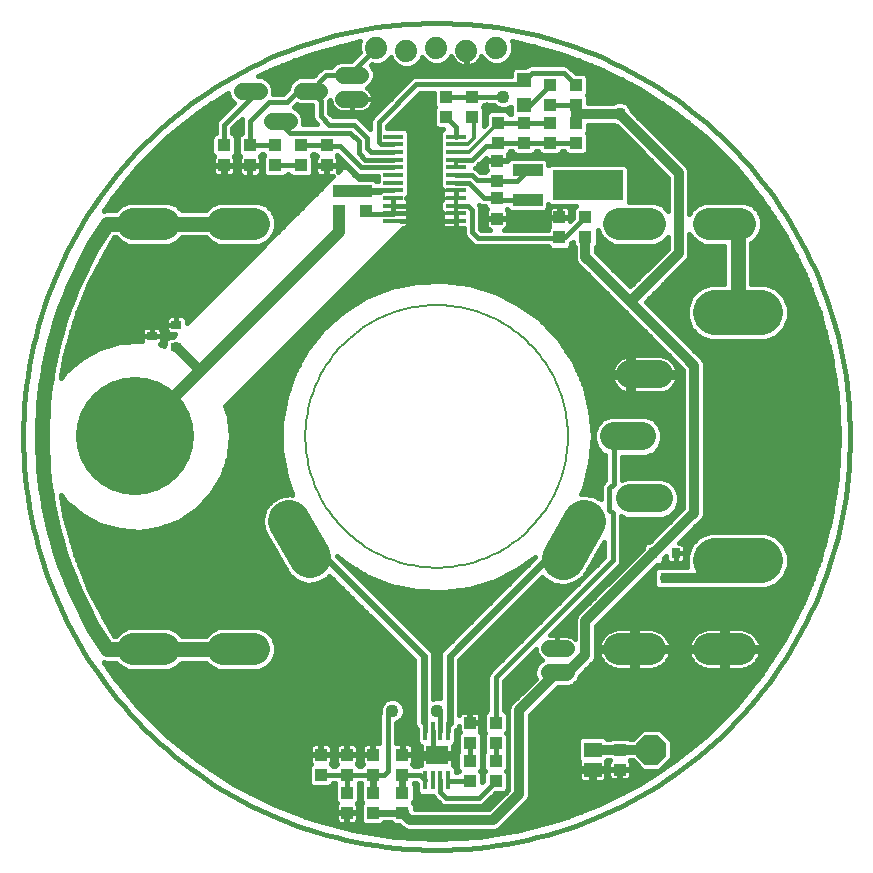
<source format=gtl>
G75*
%MOIN*%
%OFA0B0*%
%FSLAX24Y24*%
%IPPOS*%
%LPD*%
%AMOC8*
5,1,8,0,0,1.08239X$1,22.5*
%
%ADD10C,0.0160*%
%ADD11R,0.0157X0.0630*%
%ADD12R,0.0744X0.0618*%
%ADD13R,0.0433X0.0394*%
%ADD14R,0.0394X0.0433*%
%ADD15R,0.0984X0.0394*%
%ADD16R,0.2362X0.0984*%
%ADD17C,0.3937*%
%ADD18C,0.0945*%
%ADD19C,0.1502*%
%ADD20C,0.0560*%
%ADD21C,0.1050*%
%ADD22R,0.0591X0.0512*%
%ADD23OC8,0.1000*%
%ADD24R,0.0354X0.0315*%
%ADD25C,0.0050*%
%ADD26C,0.1384*%
%ADD27C,0.1424*%
%ADD28R,0.0472X0.0472*%
%ADD29R,0.0315X0.0354*%
%ADD30R,0.0650X0.0157*%
%ADD31C,0.0740*%
%ADD32C,0.0476*%
%ADD33C,0.0397*%
%ADD34C,0.0594*%
%ADD35C,0.0320*%
%ADD36C,0.0436*%
%ADD37C,0.0120*%
%ADD38C,0.0240*%
%ADD39C,0.0400*%
%ADD40C,0.0500*%
D10*
X004507Y004460D02*
X012054Y004460D01*
X012054Y004618D02*
X004349Y004618D01*
X004190Y004777D02*
X012065Y004777D01*
X012065Y004750D02*
X012054Y004722D01*
X012054Y003725D01*
X012051Y003726D01*
X011852Y003726D01*
X011852Y003368D01*
X011815Y003368D01*
X011815Y003726D01*
X011616Y003726D01*
X011575Y003715D01*
X011538Y003694D01*
X011509Y003664D01*
X011488Y003628D01*
X011477Y003587D01*
X011477Y003368D01*
X011815Y003368D01*
X011815Y003331D01*
X011477Y003331D01*
X011477Y003112D01*
X011488Y003071D01*
X011503Y003045D01*
X011437Y002979D01*
X011437Y002960D01*
X011364Y002960D01*
X011364Y002979D01*
X011298Y003045D01*
X011313Y003071D01*
X011324Y003112D01*
X011324Y003331D01*
X010986Y003331D01*
X010986Y003368D01*
X010949Y003368D01*
X010949Y003726D01*
X010749Y003726D01*
X010709Y003715D01*
X010672Y003694D01*
X010643Y003664D01*
X010621Y003628D01*
X010611Y003587D01*
X010611Y003368D01*
X010949Y003368D01*
X010949Y003331D01*
X010611Y003331D01*
X010611Y003112D01*
X010621Y003071D01*
X010636Y003045D01*
X010571Y002979D01*
X010571Y002960D01*
X010498Y002960D01*
X010498Y002979D01*
X010432Y003045D01*
X010447Y003071D01*
X010458Y003112D01*
X010458Y003331D01*
X010120Y003331D01*
X010120Y003368D01*
X010458Y003368D01*
X010458Y003587D01*
X010447Y003628D01*
X010426Y003664D01*
X010396Y003694D01*
X010360Y003715D01*
X010319Y003726D01*
X010120Y003726D01*
X010120Y003368D01*
X010083Y003368D01*
X010083Y003726D01*
X009883Y003726D01*
X009843Y003715D01*
X009806Y003694D01*
X009776Y003664D01*
X009755Y003628D01*
X009744Y003587D01*
X009744Y003368D01*
X010083Y003368D01*
X010083Y003331D01*
X009744Y003331D01*
X009744Y003112D01*
X009755Y003071D01*
X009770Y003045D01*
X009704Y002979D01*
X009704Y002381D01*
X009822Y002263D01*
X010381Y002263D01*
X010498Y002381D01*
X010498Y002400D01*
X010571Y002400D01*
X010571Y001790D01*
X010636Y001724D01*
X010621Y001698D01*
X010611Y001658D01*
X010611Y001439D01*
X010949Y001439D01*
X010949Y001402D01*
X010611Y001402D01*
X010611Y001183D01*
X010621Y001142D01*
X010643Y001105D01*
X010672Y001076D01*
X010709Y001055D01*
X010749Y001044D01*
X010949Y001044D01*
X010949Y001402D01*
X010986Y001402D01*
X010986Y001439D01*
X011324Y001439D01*
X011324Y001658D01*
X011313Y001698D01*
X011298Y001724D01*
X011364Y001790D01*
X011364Y002400D01*
X011437Y002400D01*
X011437Y001790D01*
X011472Y001755D01*
X011437Y001720D01*
X011437Y001121D01*
X011554Y001004D01*
X012113Y001004D01*
X012210Y001100D01*
X012442Y001100D01*
X012518Y001023D01*
X012706Y001023D01*
X012870Y000859D01*
X013002Y000804D01*
X015921Y000804D01*
X016053Y000859D01*
X016154Y000960D01*
X017021Y001826D01*
X017075Y001959D01*
X017075Y004677D01*
X018011Y005612D01*
X018357Y005612D01*
X018534Y005685D01*
X018669Y005820D01*
X018736Y005983D01*
X019124Y006371D01*
X019225Y006472D01*
X019280Y006604D01*
X019280Y007649D01*
X021316Y009685D01*
X021424Y009685D01*
X021541Y009802D01*
X021541Y009910D01*
X021614Y009983D01*
X021614Y009864D01*
X021625Y009823D01*
X021646Y009786D01*
X021676Y009757D01*
X021713Y009736D01*
X021753Y009725D01*
X021932Y009725D01*
X022111Y009725D01*
X022151Y009736D01*
X022188Y009757D01*
X022217Y009786D01*
X022239Y009823D01*
X022249Y009864D01*
X022249Y010062D01*
X022249Y010260D01*
X022239Y010301D01*
X022217Y010337D01*
X022188Y010367D01*
X022151Y010388D01*
X022111Y010399D01*
X022030Y010399D01*
X022746Y011115D01*
X022847Y011216D01*
X022902Y011349D01*
X022902Y016393D01*
X022847Y016526D01*
X022746Y016627D01*
X020925Y018448D01*
X022336Y019858D01*
X022390Y019990D01*
X022390Y020707D01*
X022420Y020635D01*
X022624Y020432D01*
X022890Y020321D01*
X023549Y020321D01*
X023549Y019045D01*
X023059Y019045D01*
X022709Y018900D01*
X022441Y018632D01*
X022297Y018283D01*
X022297Y017904D01*
X022441Y017555D01*
X022709Y017287D01*
X023059Y017142D01*
X024939Y017142D01*
X025289Y017287D01*
X025556Y017555D01*
X025701Y017904D01*
X025701Y018283D01*
X025556Y018632D01*
X025289Y018900D01*
X024939Y019045D01*
X024449Y019045D01*
X024449Y020412D01*
X024495Y020432D01*
X024699Y020635D01*
X024810Y020902D01*
X024810Y021190D01*
X024699Y021457D01*
X024495Y021661D01*
X024229Y021771D01*
X022890Y021771D01*
X022624Y021661D01*
X022420Y021457D01*
X022390Y021386D01*
X022390Y022811D01*
X022336Y022943D01*
X020474Y024804D01*
X020416Y024944D01*
X020299Y025062D01*
X020145Y025126D01*
X019979Y025126D01*
X019838Y025068D01*
X019022Y025068D01*
X019022Y025283D01*
X018967Y025337D01*
X019022Y025392D01*
X019022Y025952D01*
X018905Y026069D01*
X018604Y026069D01*
X018350Y026323D01*
X018248Y026366D01*
X017073Y026366D01*
X016970Y026323D01*
X016913Y026266D01*
X016554Y026266D01*
X016437Y026149D01*
X016437Y025972D01*
X013235Y025972D01*
X013132Y025929D01*
X011793Y024591D01*
X011750Y024488D01*
X011750Y024202D01*
X011441Y024512D01*
X011362Y024591D01*
X011259Y024633D01*
X010493Y024633D01*
X010381Y024745D01*
X010381Y025143D01*
X010413Y025174D01*
X010413Y025167D01*
X010424Y025098D01*
X010445Y025032D01*
X010476Y024971D01*
X010517Y024915D01*
X010566Y024866D01*
X010622Y024825D01*
X010684Y024793D01*
X010750Y024772D01*
X010818Y024761D01*
X011133Y024761D01*
X011447Y024761D01*
X011516Y024772D01*
X011582Y024793D01*
X011643Y024825D01*
X011699Y024866D01*
X011748Y024915D01*
X011789Y024971D01*
X011821Y025032D01*
X011842Y025098D01*
X011853Y025167D01*
X011853Y025201D01*
X011133Y025201D01*
X011133Y025201D01*
X011133Y024761D01*
X011133Y025201D01*
X011133Y025201D01*
X011853Y025201D01*
X011853Y025236D01*
X011842Y025304D01*
X011821Y025370D01*
X011789Y025432D01*
X011748Y025488D01*
X011699Y025537D01*
X011644Y025577D01*
X011685Y025594D01*
X011820Y025729D01*
X011893Y025906D01*
X011893Y026097D01*
X011820Y026273D01*
X011759Y026334D01*
X011795Y026371D01*
X011838Y026353D01*
X012065Y026353D01*
X012275Y026440D01*
X012429Y026594D01*
X012468Y026500D01*
X012629Y026340D01*
X012838Y026253D01*
X013065Y026253D01*
X013275Y026340D01*
X013435Y026500D01*
X013474Y026594D01*
X013629Y026440D01*
X013838Y026353D01*
X014065Y026353D01*
X014275Y026440D01*
X014435Y026600D01*
X014453Y026643D01*
X014460Y026619D01*
X014498Y026545D01*
X014547Y026478D01*
X014606Y026419D01*
X014674Y026370D01*
X014748Y026332D01*
X014828Y026306D01*
X014910Y026293D01*
X014932Y026293D01*
X014932Y026803D01*
X014972Y026803D01*
X014972Y026293D01*
X014993Y026293D01*
X015076Y026306D01*
X015155Y026332D01*
X015229Y026370D01*
X015297Y026419D01*
X015356Y026478D01*
X015405Y026545D01*
X015443Y026619D01*
X015451Y026643D01*
X015468Y026600D01*
X015629Y026440D01*
X015838Y026353D01*
X016065Y026353D01*
X016275Y026440D01*
X016435Y026600D01*
X016522Y026810D01*
X016522Y027036D01*
X016484Y027128D01*
X016750Y027086D01*
X018106Y026722D01*
X019418Y026219D01*
X020669Y025581D01*
X021847Y024816D01*
X022939Y023932D01*
X023932Y022939D01*
X024816Y021847D01*
X025581Y020669D01*
X026219Y019418D01*
X026722Y018106D01*
X027086Y016750D01*
X027306Y015362D01*
X027379Y013960D01*
X027306Y012557D01*
X027306Y012557D01*
X027086Y011169D01*
X026722Y009813D01*
X026219Y008501D01*
X025581Y007250D01*
X024816Y006072D01*
X023932Y004980D01*
X022939Y003987D01*
X021847Y003103D01*
X021421Y002826D01*
X021822Y003227D01*
X021822Y003807D01*
X021412Y004217D01*
X020832Y004217D01*
X020492Y003877D01*
X020405Y003877D01*
X020364Y003919D01*
X019765Y003919D01*
X019728Y003882D01*
X019640Y003882D01*
X019544Y003978D01*
X018788Y003978D01*
X018671Y003860D01*
X018671Y003183D01*
X018714Y003140D01*
X018711Y003129D01*
X018711Y002900D01*
X019118Y002900D01*
X019118Y002804D01*
X019214Y002804D01*
X019214Y002437D01*
X019482Y002437D01*
X019523Y002447D01*
X019560Y002469D01*
X019589Y002498D01*
X019610Y002535D01*
X019621Y002575D01*
X019621Y002804D01*
X019214Y002804D01*
X019214Y002900D01*
X019621Y002900D01*
X019621Y003129D01*
X019618Y003140D01*
X019640Y003162D01*
X019728Y003162D01*
X019731Y003159D01*
X019720Y003148D01*
X019699Y003111D01*
X019688Y003070D01*
X019688Y002871D01*
X020046Y002871D01*
X020046Y002834D01*
X020083Y002834D01*
X020083Y002871D01*
X020441Y002871D01*
X020441Y003070D01*
X020430Y003111D01*
X020409Y003148D01*
X020399Y003157D01*
X020492Y003157D01*
X020832Y002817D01*
X021407Y002817D01*
X020669Y002338D01*
X019418Y001700D01*
X018106Y001197D01*
X016750Y000833D01*
X015362Y000614D01*
X013960Y000540D01*
X012557Y000614D01*
X011169Y000833D01*
X009813Y001197D01*
X008501Y001700D01*
X007250Y002338D01*
X006072Y003103D01*
X004980Y003987D01*
X003987Y004980D01*
X003103Y006072D01*
X002871Y006429D01*
X002886Y006423D01*
X002932Y006423D01*
X002977Y006414D01*
X003021Y006423D01*
X003259Y006423D01*
X003424Y006258D01*
X003690Y006148D01*
X005029Y006148D01*
X005295Y006258D01*
X005460Y006423D01*
X006259Y006423D01*
X006424Y006258D01*
X006690Y006148D01*
X008029Y006148D01*
X008295Y006258D01*
X008499Y006462D01*
X008610Y006729D01*
X008610Y007017D01*
X008499Y007284D01*
X008295Y007488D01*
X008029Y007598D01*
X006690Y007598D01*
X006424Y007488D01*
X006259Y007323D01*
X005460Y007323D01*
X005295Y007488D01*
X005029Y007598D01*
X003690Y007598D01*
X003424Y007488D01*
X003259Y007323D01*
X003222Y007323D01*
X002995Y007681D01*
X002379Y008847D01*
X001893Y010072D01*
X001542Y011342D01*
X001433Y012011D01*
X001613Y011774D01*
X001613Y011774D01*
X002137Y011329D01*
X002744Y011007D01*
X003406Y010824D01*
X004092Y010786D01*
X004770Y010898D01*
X005409Y011152D01*
X005977Y011538D01*
X005977Y011538D01*
X006450Y012036D01*
X006450Y012036D01*
X006804Y012625D01*
X006804Y012625D01*
X007024Y013276D01*
X007024Y013276D01*
X007098Y013960D01*
X007024Y014643D01*
X006917Y014959D01*
X012850Y020892D01*
X012850Y020896D01*
X012868Y020896D01*
X012909Y020907D01*
X012946Y020928D01*
X012975Y020958D01*
X012996Y020994D01*
X013007Y021035D01*
X013007Y021135D01*
X013007Y021235D01*
X013000Y021263D01*
X013007Y021291D01*
X013007Y021391D01*
X013007Y021490D01*
X013000Y021519D01*
X013007Y021547D01*
X013007Y021647D01*
X013007Y021746D01*
X013000Y021774D01*
X013007Y021803D01*
X013007Y021902D01*
X012953Y021902D01*
X012953Y021902D01*
X013007Y021902D01*
X013007Y021957D01*
X013047Y021997D01*
X013047Y024111D01*
X012930Y024228D01*
X012310Y024228D01*
X012310Y024316D01*
X013406Y025412D01*
X013878Y025412D01*
X013878Y024979D01*
X013913Y024944D01*
X013878Y024909D01*
X013878Y024310D01*
X013995Y024193D01*
X014166Y024193D01*
X014084Y024111D01*
X014084Y022253D01*
X014124Y022213D01*
X014124Y022158D01*
X014124Y022059D01*
X014132Y022030D01*
X014124Y022002D01*
X014124Y021902D01*
X014124Y021848D01*
X014084Y021808D01*
X014084Y021485D01*
X014124Y021445D01*
X014124Y021391D01*
X014179Y021391D01*
X014124Y021391D01*
X014124Y021291D01*
X014132Y021263D01*
X014124Y021235D01*
X014124Y021135D01*
X014609Y021135D01*
X014609Y021367D01*
X014609Y021367D01*
X014609Y021135D01*
X014609Y021135D01*
X014609Y021135D01*
X014124Y021135D01*
X014124Y021035D01*
X014135Y020994D01*
X014156Y020958D01*
X014186Y020928D01*
X014223Y020907D01*
X014263Y020896D01*
X014609Y020896D01*
X014609Y021135D01*
X014609Y021135D01*
X014609Y020896D01*
X014861Y020896D01*
X014861Y020715D01*
X014903Y020612D01*
X015100Y020415D01*
X015179Y020336D01*
X015282Y020294D01*
X017657Y020294D01*
X017774Y020177D01*
X018334Y020177D01*
X018451Y020294D01*
X018451Y020397D01*
X018504Y020450D01*
X018504Y020314D01*
X018560Y020257D01*
X018560Y019872D01*
X018615Y019740D01*
X020052Y018303D01*
X020052Y018303D01*
X020153Y018202D01*
X022182Y016173D01*
X022182Y011569D01*
X021052Y010439D01*
X020944Y010439D01*
X020826Y010322D01*
X020826Y010214D01*
X018615Y008002D01*
X018560Y007870D01*
X018560Y007216D01*
X018549Y007228D01*
X018492Y007269D01*
X018431Y007300D01*
X018365Y007321D01*
X018297Y007332D01*
X017982Y007332D01*
X017982Y006892D01*
X017982Y006892D01*
X017982Y007332D01*
X017728Y007332D01*
X020063Y009667D01*
X020106Y009770D01*
X020106Y011295D01*
X020286Y011220D01*
X021499Y011220D01*
X021746Y011323D01*
X021935Y011512D01*
X022037Y011759D01*
X022037Y012026D01*
X021935Y012274D01*
X021746Y012463D01*
X021499Y012565D01*
X020286Y012565D01*
X020145Y012506D01*
X020145Y013287D01*
X020944Y013287D01*
X021191Y013389D01*
X021380Y013579D01*
X021482Y013826D01*
X021482Y014093D01*
X021380Y014340D01*
X021191Y014530D01*
X020944Y014632D01*
X019731Y014632D01*
X019484Y014530D01*
X019295Y014340D01*
X019193Y014093D01*
X019193Y013826D01*
X019295Y013579D01*
X019484Y013389D01*
X019585Y013348D01*
X019585Y012501D01*
X019470Y012386D01*
X019428Y012283D01*
X019428Y011862D01*
X019180Y012005D01*
X018820Y012053D01*
X018780Y012042D01*
X018864Y012227D01*
X019086Y013081D01*
X019161Y013960D01*
X019086Y014839D01*
X018864Y015692D01*
X018864Y015692D01*
X018500Y016496D01*
X018006Y017227D01*
X018006Y017227D01*
X017396Y017864D01*
X017396Y017864D01*
X016687Y018389D01*
X016687Y018389D01*
X015899Y018786D01*
X015055Y019044D01*
X014180Y019156D01*
X013299Y019119D01*
X013299Y019119D01*
X012436Y018933D01*
X011618Y018604D01*
X010867Y018141D01*
X010204Y017558D01*
X009650Y016872D01*
X009220Y016102D01*
X009220Y016102D01*
X008926Y015270D01*
X008777Y014401D01*
X008777Y013518D01*
X008926Y012649D01*
X009149Y012019D01*
X009098Y012033D01*
X008746Y011986D01*
X008439Y011809D01*
X008222Y011527D01*
X008131Y011184D01*
X008177Y010832D01*
X009047Y009326D01*
X009328Y009110D01*
X009671Y009018D01*
X010023Y009065D01*
X010330Y009242D01*
X010390Y009320D01*
X013206Y006504D01*
X013206Y004368D01*
X013255Y004251D01*
X013296Y004210D01*
X013296Y004101D01*
X013297Y004098D01*
X013297Y003759D01*
X013414Y003641D01*
X013427Y003641D01*
X013427Y003404D01*
X013885Y003404D01*
X013885Y003255D01*
X013427Y003255D01*
X013427Y003018D01*
X013414Y003018D01*
X013356Y002960D01*
X013215Y002960D01*
X013215Y002979D01*
X013149Y003045D01*
X013164Y003071D01*
X013175Y003112D01*
X013175Y003331D01*
X012836Y003331D01*
X012836Y003368D01*
X012799Y003368D01*
X012799Y003726D01*
X012614Y003726D01*
X012614Y004417D01*
X012720Y004461D01*
X012838Y004579D01*
X012901Y004733D01*
X012901Y004899D01*
X012838Y005053D01*
X012720Y005170D01*
X012566Y005234D01*
X012400Y005234D01*
X012246Y005170D01*
X012129Y005053D01*
X012065Y004899D01*
X012065Y004750D01*
X012080Y004935D02*
X004032Y004935D01*
X003895Y005094D02*
X012170Y005094D01*
X012483Y004816D02*
X012334Y004666D01*
X012334Y002802D01*
X012215Y002684D01*
X011834Y002680D01*
X010967Y002680D01*
X010967Y002089D01*
X010571Y002082D02*
X007752Y002082D01*
X008063Y001924D02*
X010571Y001924D01*
X010596Y001765D02*
X008374Y001765D01*
X008745Y001607D02*
X010611Y001607D01*
X010611Y001448D02*
X009158Y001448D01*
X009571Y001290D02*
X010611Y001290D01*
X010628Y001131D02*
X010058Y001131D01*
X010650Y000973D02*
X012756Y000973D01*
X012979Y000814D02*
X011291Y000814D01*
X011226Y001055D02*
X011262Y001076D01*
X011292Y001105D01*
X011313Y001142D01*
X011324Y001183D01*
X011324Y001402D01*
X010986Y001402D01*
X010986Y001044D01*
X011185Y001044D01*
X011226Y001055D01*
X011307Y001131D02*
X011437Y001131D01*
X011437Y001290D02*
X011324Y001290D01*
X011324Y001448D02*
X011437Y001448D01*
X011437Y001607D02*
X011324Y001607D01*
X011339Y001765D02*
X011462Y001765D01*
X011437Y001924D02*
X011364Y001924D01*
X011364Y002082D02*
X011437Y002082D01*
X011437Y002241D02*
X011364Y002241D01*
X011364Y002399D02*
X011437Y002399D01*
X010967Y002680D02*
X010101Y002680D01*
X009704Y002716D02*
X006667Y002716D01*
X006423Y002875D02*
X009704Y002875D01*
X009758Y003033D02*
X006179Y003033D01*
X005962Y003192D02*
X009744Y003192D01*
X009744Y003509D02*
X005571Y003509D01*
X005375Y003667D02*
X009779Y003667D01*
X010083Y003667D02*
X010120Y003667D01*
X010120Y003509D02*
X010083Y003509D01*
X010083Y003350D02*
X005767Y003350D01*
X005179Y003826D02*
X012054Y003826D01*
X012054Y003984D02*
X004984Y003984D01*
X004824Y004143D02*
X012054Y004143D01*
X012054Y004301D02*
X004666Y004301D01*
X003767Y005252D02*
X013206Y005252D01*
X013206Y005094D02*
X012797Y005094D01*
X012886Y004935D02*
X013206Y004935D01*
X013206Y004777D02*
X012901Y004777D01*
X012854Y004618D02*
X013206Y004618D01*
X013206Y004460D02*
X012715Y004460D01*
X012614Y004301D02*
X013234Y004301D01*
X013296Y004143D02*
X012614Y004143D01*
X012614Y003984D02*
X013297Y003984D01*
X013297Y003826D02*
X012614Y003826D01*
X012836Y003726D02*
X012836Y003368D01*
X013175Y003368D01*
X013175Y003587D01*
X013164Y003628D01*
X013143Y003664D01*
X013113Y003694D01*
X013076Y003715D01*
X013036Y003726D01*
X012836Y003726D01*
X012836Y003667D02*
X012799Y003667D01*
X012799Y003509D02*
X012836Y003509D01*
X012836Y003350D02*
X013885Y003350D01*
X013960Y003330D02*
X013832Y003458D01*
X013832Y004156D01*
X014087Y004156D02*
X014087Y004698D01*
X013969Y004816D01*
X013576Y004383D02*
X013526Y004432D01*
X013576Y004383D02*
X013576Y004156D01*
X013388Y003667D02*
X013140Y003667D01*
X013175Y003509D02*
X013427Y003509D01*
X013427Y003192D02*
X013175Y003192D01*
X013161Y003033D02*
X013427Y003033D01*
X013399Y002680D02*
X013576Y002503D01*
X013399Y002680D02*
X012818Y002680D01*
X013215Y002400D02*
X013283Y002400D01*
X013297Y002386D01*
X013297Y002105D01*
X013414Y001988D01*
X013831Y001988D01*
X013850Y001941D01*
X014037Y001754D01*
X014116Y001675D01*
X014219Y001632D01*
X015413Y001632D01*
X015516Y001675D01*
X015927Y002086D01*
X016227Y002086D01*
X016345Y002203D01*
X016345Y002763D01*
X016290Y002818D01*
X016345Y002873D01*
X016345Y003432D01*
X016325Y003452D01*
X016325Y004042D01*
X016290Y004078D01*
X016325Y004113D01*
X016325Y004712D01*
X016208Y004829D01*
X016208Y005812D01*
X017262Y006866D01*
X017262Y006858D01*
X017273Y006789D01*
X017294Y006723D01*
X017326Y006662D01*
X017366Y006606D01*
X017415Y006557D01*
X017471Y006516D01*
X017430Y006499D01*
X017295Y006364D01*
X017222Y006188D01*
X017222Y005997D01*
X017267Y005887D01*
X016410Y005030D01*
X016355Y004897D01*
X016355Y002180D01*
X015700Y001524D01*
X013234Y001524D01*
X013234Y001700D01*
X013179Y001755D01*
X013234Y001810D01*
X013234Y002369D01*
X013215Y002389D01*
X013215Y002400D01*
X013215Y002399D02*
X013284Y002399D01*
X013297Y002241D02*
X013234Y002241D01*
X013234Y002082D02*
X013320Y002082D01*
X013234Y001924D02*
X013867Y001924D01*
X014026Y001765D02*
X013190Y001765D01*
X013234Y001607D02*
X015782Y001607D01*
X015941Y001765D02*
X015606Y001765D01*
X015764Y001924D02*
X016099Y001924D01*
X016258Y002082D02*
X015923Y002082D01*
X015928Y002483D02*
X015357Y001912D01*
X014274Y001912D01*
X014087Y002099D01*
X014087Y002503D01*
X014343Y002483D02*
X014343Y002503D01*
X014363Y002483D02*
X015062Y002483D01*
X015478Y002430D02*
X015478Y002763D01*
X015423Y002818D01*
X015478Y002873D01*
X015478Y003432D01*
X015459Y003452D01*
X015459Y004042D01*
X015393Y004108D01*
X015408Y004134D01*
X015419Y004175D01*
X015419Y004394D01*
X015080Y004394D01*
X015080Y004431D01*
X015043Y004431D01*
X015043Y004789D01*
X014844Y004789D01*
X014803Y004778D01*
X014767Y004757D01*
X014737Y004727D01*
X014716Y004691D01*
X014713Y004678D01*
X014713Y006504D01*
X017489Y009280D01*
X017556Y009193D01*
X017870Y009012D01*
X018230Y008964D01*
X018580Y009058D01*
X018868Y009279D01*
X019546Y010453D01*
X019546Y009942D01*
X015769Y006165D01*
X015691Y006087D01*
X015648Y005984D01*
X015648Y004829D01*
X015531Y004712D01*
X015531Y004113D01*
X015566Y004078D01*
X015531Y004042D01*
X015531Y003452D01*
X015511Y003432D01*
X015511Y002873D01*
X015566Y002818D01*
X015511Y002763D01*
X015511Y002463D01*
X015478Y002430D01*
X015478Y002558D02*
X015511Y002558D01*
X015511Y002716D02*
X015478Y002716D01*
X015478Y002875D02*
X015511Y002875D01*
X015511Y003033D02*
X015478Y003033D01*
X015478Y003192D02*
X015511Y003192D01*
X015511Y003350D02*
X015478Y003350D01*
X015459Y003509D02*
X015531Y003509D01*
X015531Y003667D02*
X015459Y003667D01*
X015459Y003826D02*
X015531Y003826D01*
X015531Y003984D02*
X015459Y003984D01*
X015410Y004143D02*
X015531Y004143D01*
X015531Y004301D02*
X015419Y004301D01*
X015419Y004431D02*
X015419Y004650D01*
X015408Y004691D01*
X015387Y004727D01*
X015357Y004757D01*
X015320Y004778D01*
X015280Y004789D01*
X015080Y004789D01*
X015080Y004431D01*
X015419Y004431D01*
X015419Y004460D02*
X015531Y004460D01*
X015531Y004618D02*
X015419Y004618D01*
X015323Y004777D02*
X015596Y004777D01*
X015648Y004935D02*
X014713Y004935D01*
X014713Y004777D02*
X014801Y004777D01*
X015043Y004777D02*
X015080Y004777D01*
X015080Y004618D02*
X015043Y004618D01*
X015043Y004460D02*
X015080Y004460D01*
X014705Y004311D02*
X014705Y004175D01*
X014716Y004134D01*
X014731Y004108D01*
X014665Y004042D01*
X014665Y003452D01*
X014645Y003432D01*
X014645Y002873D01*
X014700Y002818D01*
X014646Y002763D01*
X014622Y002763D01*
X014622Y002901D01*
X014505Y003018D01*
X014492Y003018D01*
X014492Y003255D01*
X014034Y003255D01*
X014034Y003404D01*
X014492Y003404D01*
X014492Y003641D01*
X014505Y003641D01*
X014622Y003759D01*
X014622Y004098D01*
X014623Y004101D01*
X014623Y004171D01*
X014664Y004211D01*
X014705Y004311D01*
X014701Y004301D02*
X014705Y004301D01*
X014714Y004143D02*
X014623Y004143D01*
X014622Y003984D02*
X014665Y003984D01*
X014665Y003826D02*
X014622Y003826D01*
X014665Y003667D02*
X014531Y003667D01*
X014492Y003509D02*
X014665Y003509D01*
X014645Y003350D02*
X014034Y003350D01*
X014492Y003192D02*
X014645Y003192D01*
X014645Y003033D02*
X014492Y003033D01*
X014622Y002875D02*
X014645Y002875D01*
X015062Y003152D02*
X015062Y003743D01*
X014343Y004156D02*
X014343Y004343D01*
X014393Y004393D01*
X014713Y005094D02*
X015648Y005094D01*
X015648Y005252D02*
X014713Y005252D01*
X014713Y005411D02*
X015648Y005411D01*
X015648Y005569D02*
X014713Y005569D01*
X014713Y005728D02*
X015648Y005728D01*
X015648Y005886D02*
X014713Y005886D01*
X014713Y006045D02*
X015673Y006045D01*
X015807Y006203D02*
X014713Y006203D01*
X014713Y006362D02*
X015966Y006362D01*
X016124Y006520D02*
X014728Y006520D01*
X014887Y006679D02*
X016283Y006679D01*
X016441Y006837D02*
X015045Y006837D01*
X015204Y006996D02*
X016600Y006996D01*
X016758Y007154D02*
X015362Y007154D01*
X015521Y007313D02*
X016917Y007313D01*
X017075Y007471D02*
X015679Y007471D01*
X015838Y007630D02*
X017234Y007630D01*
X017392Y007788D02*
X015996Y007788D01*
X016155Y007947D02*
X017551Y007947D01*
X017709Y008105D02*
X016313Y008105D01*
X016472Y008264D02*
X017868Y008264D01*
X018026Y008422D02*
X016630Y008422D01*
X016789Y008581D02*
X018185Y008581D01*
X018343Y008739D02*
X016947Y008739D01*
X017106Y008898D02*
X018502Y008898D01*
X018572Y009056D02*
X018660Y009056D01*
X018784Y009215D02*
X018819Y009215D01*
X018922Y009373D02*
X018977Y009373D01*
X019014Y009532D02*
X019136Y009532D01*
X019105Y009690D02*
X019294Y009690D01*
X019197Y009849D02*
X019453Y009849D01*
X019546Y010007D02*
X019288Y010007D01*
X019380Y010166D02*
X019546Y010166D01*
X019546Y010324D02*
X019471Y010324D01*
X019826Y010180D02*
X019826Y009826D01*
X015928Y005928D01*
X015928Y004412D01*
X016325Y004460D02*
X016355Y004460D01*
X016355Y004618D02*
X016325Y004618D01*
X016355Y004777D02*
X016260Y004777D01*
X016208Y004935D02*
X016371Y004935D01*
X016474Y005094D02*
X016208Y005094D01*
X016208Y005252D02*
X016632Y005252D01*
X016791Y005411D02*
X016208Y005411D01*
X016208Y005569D02*
X016949Y005569D01*
X017108Y005728D02*
X016208Y005728D01*
X016282Y005886D02*
X017266Y005886D01*
X017222Y006045D02*
X016440Y006045D01*
X016599Y006203D02*
X017228Y006203D01*
X017294Y006362D02*
X016757Y006362D01*
X016916Y006520D02*
X017466Y006520D01*
X017317Y006679D02*
X017074Y006679D01*
X017233Y006837D02*
X017265Y006837D01*
X017982Y006996D02*
X017982Y006996D01*
X017982Y007154D02*
X017982Y007154D01*
X017982Y007313D02*
X017982Y007313D01*
X017867Y007471D02*
X018560Y007471D01*
X018560Y007313D02*
X018392Y007313D01*
X018560Y007630D02*
X018025Y007630D01*
X018184Y007788D02*
X018560Y007788D01*
X018592Y007947D02*
X018342Y007947D01*
X018501Y008105D02*
X018718Y008105D01*
X018659Y008264D02*
X018876Y008264D01*
X018818Y008422D02*
X019035Y008422D01*
X018976Y008581D02*
X019193Y008581D01*
X019135Y008739D02*
X019352Y008739D01*
X019293Y008898D02*
X019510Y008898D01*
X019452Y009056D02*
X019669Y009056D01*
X019610Y009215D02*
X019827Y009215D01*
X019769Y009373D02*
X019986Y009373D01*
X019927Y009532D02*
X020144Y009532D01*
X020073Y009690D02*
X020303Y009690D01*
X020461Y009849D02*
X020106Y009849D01*
X020106Y010007D02*
X020620Y010007D01*
X020778Y010166D02*
X020106Y010166D01*
X020106Y010324D02*
X020829Y010324D01*
X021095Y010483D02*
X020106Y010483D01*
X020106Y010641D02*
X021254Y010641D01*
X021412Y010800D02*
X020106Y010800D01*
X020106Y010958D02*
X021571Y010958D01*
X021729Y011117D02*
X020106Y011117D01*
X020106Y011275D02*
X020154Y011275D01*
X019826Y011400D02*
X019826Y010180D01*
X020846Y009215D02*
X021198Y009215D01*
X021198Y009164D02*
X021200Y009157D01*
X021200Y008975D01*
X021318Y008858D01*
X021798Y008858D01*
X021815Y008875D01*
X023057Y008875D01*
X023059Y008874D01*
X024939Y008874D01*
X025289Y009019D01*
X025556Y009287D01*
X025701Y009636D01*
X025701Y010015D01*
X025556Y010364D01*
X025289Y010632D01*
X024939Y010777D01*
X023059Y010777D01*
X022709Y010632D01*
X022441Y010364D01*
X022297Y010015D01*
X022297Y009636D01*
X022314Y009595D01*
X021815Y009595D01*
X021798Y009612D01*
X021318Y009612D01*
X021200Y009495D01*
X021200Y009313D01*
X021198Y009307D01*
X021198Y009164D01*
X021200Y009056D02*
X020687Y009056D01*
X020529Y008898D02*
X021278Y008898D01*
X021200Y009373D02*
X021004Y009373D01*
X021163Y009532D02*
X021237Y009532D01*
X021430Y009690D02*
X022297Y009690D01*
X022297Y009849D02*
X022245Y009849D01*
X022249Y010007D02*
X022297Y010007D01*
X022249Y010062D02*
X021932Y010062D01*
X022249Y010062D01*
X022249Y010166D02*
X022359Y010166D01*
X022425Y010324D02*
X022225Y010324D01*
X022114Y010483D02*
X022559Y010483D01*
X022731Y010641D02*
X022272Y010641D01*
X022431Y010800D02*
X026987Y010800D01*
X027029Y010958D02*
X022589Y010958D01*
X022748Y011117D02*
X027072Y011117D01*
X027103Y011275D02*
X022872Y011275D01*
X022902Y011434D02*
X027128Y011434D01*
X027153Y011592D02*
X022902Y011592D01*
X022902Y011751D02*
X027178Y011751D01*
X027203Y011909D02*
X022902Y011909D01*
X022902Y012068D02*
X027228Y012068D01*
X027253Y012226D02*
X022902Y012226D01*
X022902Y012385D02*
X027278Y012385D01*
X027303Y012543D02*
X022902Y012543D01*
X022902Y012702D02*
X027313Y012702D01*
X027321Y012860D02*
X022902Y012860D01*
X022902Y013019D02*
X027330Y013019D01*
X027338Y013177D02*
X022902Y013177D01*
X022902Y013336D02*
X027346Y013336D01*
X027355Y013494D02*
X022902Y013494D01*
X022902Y013653D02*
X027363Y013653D01*
X027371Y013811D02*
X022902Y013811D01*
X022902Y013970D02*
X027379Y013970D01*
X027370Y014128D02*
X022902Y014128D01*
X022902Y014287D02*
X027362Y014287D01*
X027354Y014445D02*
X022902Y014445D01*
X022902Y014604D02*
X027345Y014604D01*
X027337Y014762D02*
X022902Y014762D01*
X022902Y014921D02*
X027329Y014921D01*
X027320Y015079D02*
X022902Y015079D01*
X022902Y015238D02*
X027312Y015238D01*
X027300Y015396D02*
X022902Y015396D01*
X022902Y015555D02*
X027275Y015555D01*
X027250Y015713D02*
X022902Y015713D01*
X022902Y015872D02*
X027225Y015872D01*
X027200Y016030D02*
X022902Y016030D01*
X022902Y016189D02*
X027175Y016189D01*
X027150Y016347D02*
X022902Y016347D01*
X022856Y016506D02*
X027124Y016506D01*
X027099Y016664D02*
X022709Y016664D01*
X022746Y016627D02*
X022746Y016627D01*
X022551Y016823D02*
X027066Y016823D01*
X027024Y016981D02*
X022392Y016981D01*
X022234Y017140D02*
X026981Y017140D01*
X026939Y017298D02*
X025300Y017298D01*
X025458Y017457D02*
X026896Y017457D01*
X026854Y017615D02*
X025581Y017615D01*
X025647Y017774D02*
X026811Y017774D01*
X026769Y017932D02*
X025701Y017932D01*
X025701Y018091D02*
X026727Y018091D01*
X026668Y018249D02*
X025701Y018249D01*
X025650Y018408D02*
X026607Y018408D01*
X026546Y018566D02*
X025584Y018566D01*
X025464Y018725D02*
X026485Y018725D01*
X026424Y018883D02*
X025306Y018883D01*
X024947Y019042D02*
X026363Y019042D01*
X026302Y019200D02*
X024449Y019200D01*
X024449Y019359D02*
X026242Y019359D01*
X026168Y019517D02*
X024449Y019517D01*
X024449Y019676D02*
X026088Y019676D01*
X026007Y019834D02*
X024449Y019834D01*
X024449Y019993D02*
X025926Y019993D01*
X025845Y020151D02*
X024449Y020151D01*
X024449Y020310D02*
X025764Y020310D01*
X025684Y020468D02*
X024532Y020468D01*
X024690Y020627D02*
X025603Y020627D01*
X025506Y020785D02*
X024761Y020785D01*
X024810Y020944D02*
X025403Y020944D01*
X025300Y021102D02*
X024810Y021102D01*
X024780Y021261D02*
X025197Y021261D01*
X025094Y021419D02*
X024715Y021419D01*
X024578Y021578D02*
X024991Y021578D01*
X024888Y021736D02*
X024313Y021736D01*
X024650Y022053D02*
X022390Y022053D01*
X022390Y021895D02*
X024778Y021895D01*
X024521Y022212D02*
X022390Y022212D01*
X022390Y022370D02*
X024393Y022370D01*
X024265Y022529D02*
X022390Y022529D01*
X022390Y022687D02*
X024136Y022687D01*
X024008Y022846D02*
X022376Y022846D01*
X022275Y023004D02*
X023867Y023004D01*
X023709Y023163D02*
X022116Y023163D01*
X021958Y023321D02*
X023550Y023321D01*
X023392Y023480D02*
X021799Y023480D01*
X021641Y023638D02*
X023233Y023638D01*
X023075Y023797D02*
X021482Y023797D01*
X021324Y023955D02*
X022911Y023955D01*
X022715Y024114D02*
X021165Y024114D01*
X021007Y024272D02*
X022519Y024272D01*
X022324Y024431D02*
X020848Y024431D01*
X020690Y024589D02*
X022128Y024589D01*
X021932Y024748D02*
X020531Y024748D01*
X020432Y024906D02*
X021709Y024906D01*
X021465Y025065D02*
X020293Y025065D01*
X020733Y025540D02*
X019022Y025540D01*
X019022Y025699D02*
X020439Y025699D01*
X020128Y025857D02*
X019022Y025857D01*
X018958Y026016D02*
X019817Y026016D01*
X019506Y026174D02*
X018499Y026174D01*
X018327Y026333D02*
X019122Y026333D01*
X018709Y026491D02*
X016326Y026491D01*
X016455Y026650D02*
X018296Y026650D01*
X017786Y026808D02*
X016521Y026808D01*
X016522Y026967D02*
X017195Y026967D01*
X016502Y027125D02*
X016485Y027125D01*
X016994Y026333D02*
X015157Y026333D01*
X014972Y026333D02*
X014932Y026333D01*
X014932Y026491D02*
X014972Y026491D01*
X014972Y026650D02*
X014932Y026650D01*
X014747Y026333D02*
X013257Y026333D01*
X013426Y026491D02*
X013577Y026491D01*
X014326Y026491D02*
X014538Y026491D01*
X015366Y026491D02*
X015577Y026491D01*
X016462Y026174D02*
X011861Y026174D01*
X011893Y026016D02*
X016437Y026016D01*
X016735Y025692D02*
X013290Y025692D01*
X012030Y024432D01*
X012030Y023763D01*
X012099Y023694D01*
X012523Y023694D01*
X012523Y023438D02*
X011765Y023438D01*
X011637Y023566D01*
X011637Y023920D01*
X011204Y024353D01*
X010377Y024353D01*
X010101Y024629D01*
X010101Y025145D01*
X009763Y025483D01*
X010281Y026001D01*
X011133Y026001D01*
X011133Y026104D01*
X011952Y026923D01*
X012326Y026491D02*
X012477Y026491D01*
X012646Y026333D02*
X011760Y026333D01*
X011873Y025857D02*
X013059Y025857D01*
X012901Y025699D02*
X011789Y025699D01*
X011695Y025540D02*
X012742Y025540D01*
X012584Y025382D02*
X011815Y025382D01*
X011853Y025223D02*
X012425Y025223D01*
X012267Y025065D02*
X011831Y025065D01*
X011740Y024906D02*
X012108Y024906D01*
X011950Y024748D02*
X010381Y024748D01*
X010381Y024906D02*
X010526Y024906D01*
X010435Y025065D02*
X010381Y025065D01*
X009821Y025003D02*
X009821Y024573D01*
X009864Y024470D01*
X009943Y024391D01*
X009976Y024358D01*
X009510Y024358D01*
X009523Y024388D01*
X009523Y024579D01*
X009450Y024755D01*
X009315Y024890D01*
X009194Y024940D01*
X009295Y025041D01*
X009387Y025003D01*
X009821Y025003D01*
X009821Y024906D02*
X009276Y024906D01*
X009453Y024748D02*
X009821Y024748D01*
X009821Y024589D02*
X009518Y024589D01*
X009523Y024431D02*
X009904Y024431D01*
X010298Y023664D02*
X009432Y023664D01*
X009794Y023330D02*
X009848Y023384D01*
X009882Y023384D01*
X009965Y023301D01*
X009954Y023290D01*
X009932Y023254D01*
X009922Y023213D01*
X009922Y023013D01*
X010280Y023013D01*
X010280Y022977D01*
X009922Y022977D01*
X009922Y022777D01*
X009932Y022736D01*
X009954Y022700D01*
X009983Y022670D01*
X010020Y022649D01*
X010061Y022638D01*
X010280Y022638D01*
X010280Y022977D01*
X010317Y022977D01*
X010317Y023013D01*
X010675Y023013D01*
X010675Y023213D01*
X010664Y023254D01*
X010643Y023290D01*
X010631Y023301D01*
X010655Y023325D01*
X011291Y022689D01*
X011394Y022646D01*
X011505Y022646D01*
X011998Y022646D01*
X011998Y022469D01*
X011954Y022469D01*
X011877Y022545D01*
X011362Y022545D01*
X010979Y022928D01*
X010813Y022928D01*
X010675Y022790D01*
X010675Y022977D01*
X010317Y022977D01*
X010317Y022638D01*
X010523Y022638D01*
X005627Y017742D01*
X005627Y017854D01*
X005616Y017894D01*
X005595Y017931D01*
X005565Y017961D01*
X005529Y017982D01*
X005488Y017993D01*
X005290Y017993D01*
X005290Y017675D01*
X005290Y017675D01*
X004953Y017675D01*
X004953Y017497D01*
X004964Y017456D01*
X004985Y017419D01*
X005014Y017390D01*
X005051Y017369D01*
X005092Y017358D01*
X005242Y017358D01*
X005169Y017285D01*
X005030Y017285D01*
X004913Y017167D01*
X004913Y017028D01*
X004867Y016983D01*
X004770Y017021D01*
X004748Y017025D01*
X004768Y017045D01*
X004789Y017082D01*
X004800Y017123D01*
X004800Y017301D01*
X004463Y017301D01*
X004126Y017301D01*
X004126Y017127D01*
X004092Y017133D01*
X003406Y017095D01*
X002744Y016912D01*
X002137Y016590D01*
X002137Y016590D01*
X001613Y016145D01*
X001613Y016145D01*
X001433Y015908D01*
X001542Y016577D01*
X001893Y017847D01*
X002379Y019072D01*
X002995Y020238D01*
X003222Y020596D01*
X003259Y020596D01*
X003424Y020432D01*
X003690Y020321D01*
X005029Y020321D01*
X005295Y020432D01*
X005460Y020596D01*
X006259Y020596D01*
X006424Y020432D01*
X006690Y020321D01*
X008029Y020321D01*
X008295Y020432D01*
X008499Y020635D01*
X008610Y020902D01*
X008610Y021190D01*
X008499Y021457D01*
X008295Y021661D01*
X008029Y021771D01*
X006690Y021771D01*
X006424Y021661D01*
X006259Y021496D01*
X005460Y021496D01*
X005295Y021661D01*
X005029Y021771D01*
X003690Y021771D01*
X003424Y021661D01*
X003259Y021496D01*
X003021Y021496D01*
X002977Y021505D01*
X002932Y021496D01*
X002886Y021496D01*
X002871Y021490D01*
X003103Y021847D01*
X003987Y022939D01*
X004980Y023932D01*
X006072Y024816D01*
X007003Y025421D01*
X007003Y025388D01*
X007076Y025211D01*
X007205Y025082D01*
X006636Y024512D01*
X006593Y024409D01*
X006593Y024061D01*
X006574Y024061D01*
X006456Y023944D01*
X006456Y023385D01*
X006540Y023301D01*
X006528Y023290D01*
X006507Y023254D01*
X006496Y023213D01*
X006496Y023013D01*
X006854Y023013D01*
X006854Y022977D01*
X006496Y022977D01*
X006496Y022777D01*
X006507Y022736D01*
X006528Y022700D01*
X006558Y022670D01*
X006595Y022649D01*
X006635Y022638D01*
X006854Y022638D01*
X006854Y022977D01*
X006891Y022977D01*
X006891Y023013D01*
X007249Y023013D01*
X007249Y023213D01*
X007239Y023254D01*
X007217Y023290D01*
X007206Y023301D01*
X007289Y023385D01*
X007289Y023944D01*
X007172Y024061D01*
X007153Y024061D01*
X007153Y024237D01*
X007469Y024553D01*
X007457Y024525D01*
X007457Y024080D01*
X007340Y023964D01*
X007340Y023365D01*
X007406Y023299D01*
X007391Y023273D01*
X007380Y023233D01*
X007380Y023013D01*
X007719Y023013D01*
X007719Y022977D01*
X007380Y022977D01*
X007380Y022757D01*
X007391Y022717D01*
X007412Y022680D01*
X007442Y022650D01*
X007478Y022629D01*
X007519Y022618D01*
X007719Y022618D01*
X007719Y022977D01*
X007756Y022977D01*
X007756Y023013D01*
X008094Y023013D01*
X008094Y023233D01*
X008083Y023273D01*
X008068Y023299D01*
X008134Y023365D01*
X008134Y023384D01*
X008167Y023384D01*
X008222Y023330D01*
X008167Y023275D01*
X008167Y022715D01*
X008284Y022598D01*
X008883Y022598D01*
X009000Y022715D01*
X009016Y022715D01*
X009133Y022598D01*
X009731Y022598D01*
X009849Y022715D01*
X009849Y023275D01*
X009794Y023330D01*
X009802Y023321D02*
X009945Y023321D01*
X009922Y023163D02*
X009849Y023163D01*
X009849Y023004D02*
X010280Y023004D01*
X010317Y023004D02*
X010976Y023004D01*
X011061Y022846D02*
X011134Y022846D01*
X011220Y022687D02*
X011295Y022687D01*
X011450Y022926D02*
X010731Y023645D01*
X010397Y023645D01*
X010651Y023321D02*
X010659Y023321D01*
X010675Y023163D02*
X010817Y023163D01*
X010730Y022846D02*
X010675Y022846D01*
X010317Y022846D02*
X010280Y022846D01*
X010280Y022687D02*
X010317Y022687D01*
X010413Y022529D02*
X003655Y022529D01*
X003783Y022687D02*
X006541Y022687D01*
X006496Y022846D02*
X003911Y022846D01*
X004052Y023004D02*
X006854Y023004D01*
X006891Y023004D02*
X007719Y023004D01*
X007756Y023004D02*
X008167Y023004D01*
X008094Y022977D02*
X008094Y022757D01*
X008083Y022717D01*
X008062Y022680D01*
X008032Y022650D01*
X007996Y022629D01*
X007955Y022618D01*
X007756Y022618D01*
X007756Y022977D01*
X008094Y022977D01*
X008094Y022846D02*
X008167Y022846D01*
X008195Y022687D02*
X008066Y022687D01*
X007756Y022687D02*
X007719Y022687D01*
X007719Y022846D02*
X007756Y022846D01*
X007380Y022846D02*
X007249Y022846D01*
X007249Y022777D02*
X007249Y022977D01*
X006891Y022977D01*
X006891Y022638D01*
X007111Y022638D01*
X007151Y022649D01*
X007188Y022670D01*
X007217Y022700D01*
X007239Y022736D01*
X007249Y022777D01*
X007205Y022687D02*
X007408Y022687D01*
X007380Y023163D02*
X007249Y023163D01*
X007226Y023321D02*
X007384Y023321D01*
X007340Y023480D02*
X007289Y023480D01*
X007289Y023638D02*
X007340Y023638D01*
X007340Y023797D02*
X007289Y023797D01*
X007278Y023955D02*
X007340Y023955D01*
X007457Y024114D02*
X007153Y024114D01*
X007188Y024272D02*
X007457Y024272D01*
X007457Y024431D02*
X007346Y024431D01*
X007737Y024469D02*
X008369Y025101D01*
X008960Y025101D01*
X009314Y025456D01*
X009735Y025456D01*
X009847Y025963D02*
X009387Y025963D01*
X009211Y025890D01*
X009076Y025755D01*
X009003Y025579D01*
X009003Y025540D01*
X008844Y025381D01*
X008520Y025381D01*
X008523Y025388D01*
X008523Y025579D01*
X008450Y025755D01*
X008315Y025890D01*
X008138Y025963D01*
X007999Y025963D01*
X008501Y026219D01*
X009813Y026722D01*
X011169Y027086D01*
X011419Y027125D01*
X011382Y027036D01*
X011382Y026810D01*
X011399Y026767D01*
X011114Y026481D01*
X010757Y026481D01*
X010581Y026408D01*
X010454Y026281D01*
X010225Y026281D01*
X010122Y026239D01*
X010043Y026160D01*
X009847Y025963D01*
X009899Y026016D02*
X008102Y026016D01*
X008348Y025857D02*
X009178Y025857D01*
X009052Y025699D02*
X008473Y025699D01*
X008523Y025540D02*
X009002Y025540D01*
X008844Y025382D02*
X008520Y025382D01*
X007763Y025483D02*
X007763Y025243D01*
X006873Y024353D01*
X006873Y023664D01*
X006520Y023321D02*
X004369Y023321D01*
X004210Y023163D02*
X006496Y023163D01*
X006456Y023480D02*
X004527Y023480D01*
X004686Y023638D02*
X006456Y023638D01*
X006456Y023797D02*
X004844Y023797D01*
X005008Y023955D02*
X006467Y023955D01*
X006593Y024114D02*
X005204Y024114D01*
X005400Y024272D02*
X006593Y024272D01*
X006602Y024431D02*
X005596Y024431D01*
X005791Y024589D02*
X006713Y024589D01*
X006871Y024748D02*
X005987Y024748D01*
X006210Y024906D02*
X007030Y024906D01*
X007188Y025065D02*
X006454Y025065D01*
X006698Y025223D02*
X007071Y025223D01*
X007005Y025382D02*
X006942Y025382D01*
X007737Y024469D02*
X007737Y023664D01*
X008584Y023664D01*
X008213Y023321D02*
X008090Y023321D01*
X008094Y023163D02*
X008167Y023163D01*
X008584Y022995D02*
X009432Y022995D01*
X009849Y022846D02*
X009922Y022846D01*
X009966Y022687D02*
X009820Y022687D01*
X010096Y022212D02*
X003398Y022212D01*
X003526Y022370D02*
X010255Y022370D01*
X009938Y022053D02*
X003269Y022053D01*
X003141Y021895D02*
X009779Y021895D01*
X009621Y021736D02*
X008113Y021736D01*
X008378Y021578D02*
X009462Y021578D01*
X009304Y021419D02*
X008515Y021419D01*
X008580Y021261D02*
X009145Y021261D01*
X008987Y021102D02*
X008610Y021102D01*
X008610Y020944D02*
X008828Y020944D01*
X008670Y020785D02*
X008561Y020785D01*
X008511Y020627D02*
X008490Y020627D01*
X008353Y020468D02*
X008332Y020468D01*
X008194Y020310D02*
X003040Y020310D01*
X002949Y020151D02*
X008036Y020151D01*
X007877Y019993D02*
X002865Y019993D01*
X002781Y019834D02*
X007719Y019834D01*
X007560Y019676D02*
X002698Y019676D01*
X002614Y019517D02*
X007402Y019517D01*
X007243Y019359D02*
X002530Y019359D01*
X002447Y019200D02*
X007085Y019200D01*
X006926Y019042D02*
X002367Y019042D01*
X002304Y018883D02*
X006768Y018883D01*
X006609Y018725D02*
X002241Y018725D01*
X002179Y018566D02*
X006451Y018566D01*
X006292Y018408D02*
X002116Y018408D01*
X002053Y018249D02*
X006134Y018249D01*
X005975Y018091D02*
X001990Y018091D01*
X001927Y017932D02*
X004986Y017932D01*
X004985Y017931D02*
X004964Y017894D01*
X004953Y017854D01*
X004953Y017675D01*
X005290Y017675D01*
X005290Y017675D01*
X005290Y017993D01*
X005092Y017993D01*
X005051Y017982D01*
X005014Y017961D01*
X004985Y017931D01*
X004953Y017774D02*
X001873Y017774D01*
X001829Y017615D02*
X004251Y017615D01*
X004265Y017619D02*
X004224Y017608D01*
X004188Y017587D01*
X004158Y017557D01*
X004137Y017520D01*
X004126Y017480D01*
X004126Y017301D01*
X004463Y017301D01*
X004463Y017301D01*
X004463Y017301D01*
X004800Y017301D01*
X004800Y017480D01*
X004789Y017520D01*
X004768Y017557D01*
X004738Y017587D01*
X004702Y017608D01*
X004661Y017619D01*
X004463Y017619D01*
X004265Y017619D01*
X004463Y017619D02*
X004463Y017301D01*
X004463Y017301D01*
X004463Y017619D01*
X004463Y017615D02*
X004463Y017615D01*
X004463Y017457D02*
X004463Y017457D01*
X004675Y017615D02*
X004953Y017615D01*
X004963Y017457D02*
X004800Y017457D01*
X004800Y017298D02*
X005183Y017298D01*
X004913Y017140D02*
X004800Y017140D01*
X004770Y017021D02*
X004770Y017021D01*
X004126Y017140D02*
X001698Y017140D01*
X001742Y017298D02*
X004126Y017298D01*
X004126Y017457D02*
X001785Y017457D01*
X001654Y016981D02*
X002994Y016981D01*
X002744Y016912D02*
X002744Y016912D01*
X002576Y016823D02*
X001610Y016823D01*
X001566Y016664D02*
X002277Y016664D01*
X002038Y016506D02*
X001531Y016506D01*
X001505Y016347D02*
X001851Y016347D01*
X001665Y016189D02*
X001479Y016189D01*
X001453Y016030D02*
X001526Y016030D01*
X003406Y017095D02*
X003406Y017095D01*
X004092Y017133D02*
X004092Y017133D01*
X005290Y017774D02*
X005290Y017774D01*
X005290Y017932D02*
X005290Y017932D01*
X005594Y017932D02*
X005817Y017932D01*
X005658Y017774D02*
X005627Y017774D01*
X007671Y015713D02*
X009083Y015713D01*
X009139Y015872D02*
X007829Y015872D01*
X007988Y016030D02*
X009195Y016030D01*
X009268Y016189D02*
X008146Y016189D01*
X008305Y016347D02*
X009357Y016347D01*
X009445Y016506D02*
X008463Y016506D01*
X008622Y016664D02*
X009534Y016664D01*
X009623Y016823D02*
X008780Y016823D01*
X008939Y016981D02*
X009738Y016981D01*
X009650Y016872D02*
X009650Y016872D01*
X009866Y017140D02*
X009097Y017140D01*
X009256Y017298D02*
X009994Y017298D01*
X010122Y017457D02*
X009414Y017457D01*
X009573Y017615D02*
X010269Y017615D01*
X010204Y017558D02*
X010204Y017558D01*
X010449Y017774D02*
X009731Y017774D01*
X009890Y017932D02*
X010629Y017932D01*
X010809Y018091D02*
X010048Y018091D01*
X010207Y018249D02*
X011042Y018249D01*
X010867Y018141D02*
X010867Y018141D01*
X011299Y018408D02*
X010365Y018408D01*
X010524Y018566D02*
X011556Y018566D01*
X011618Y018604D02*
X011618Y018604D01*
X011918Y018725D02*
X010682Y018725D01*
X010841Y018883D02*
X012313Y018883D01*
X012436Y018933D02*
X012436Y018933D01*
X012941Y019042D02*
X010999Y019042D01*
X011158Y019200D02*
X019155Y019200D01*
X019313Y019042D02*
X015064Y019042D01*
X015055Y019044D02*
X015055Y019044D01*
X015581Y018883D02*
X019472Y018883D01*
X019630Y018725D02*
X016020Y018725D01*
X015899Y018786D02*
X015899Y018786D01*
X016335Y018566D02*
X019789Y018566D01*
X019947Y018408D02*
X016649Y018408D01*
X016875Y018249D02*
X020106Y018249D01*
X020153Y018202D02*
X020153Y018202D01*
X020264Y018091D02*
X017090Y018091D01*
X017304Y017932D02*
X020423Y017932D01*
X020581Y017774D02*
X017483Y017774D01*
X017634Y017615D02*
X020740Y017615D01*
X020898Y017457D02*
X017786Y017457D01*
X017938Y017298D02*
X021057Y017298D01*
X021215Y017140D02*
X018065Y017140D01*
X018173Y016981D02*
X021374Y016981D01*
X021532Y016823D02*
X018280Y016823D01*
X018387Y016664D02*
X021691Y016664D01*
X021697Y016567D02*
X021608Y016613D01*
X021513Y016643D01*
X021415Y016659D01*
X020498Y016659D01*
X020498Y016104D01*
X021993Y016104D01*
X021982Y016175D01*
X021951Y016269D01*
X021906Y016358D01*
X021847Y016438D01*
X021777Y016509D01*
X021697Y016567D01*
X021780Y016506D02*
X021849Y016506D01*
X021912Y016347D02*
X022008Y016347D01*
X021977Y016189D02*
X022166Y016189D01*
X022182Y016030D02*
X020498Y016030D01*
X020498Y016104D02*
X020498Y015949D01*
X021993Y015949D01*
X021982Y015878D01*
X021951Y015784D01*
X021906Y015695D01*
X021847Y015614D01*
X021777Y015544D01*
X021697Y015486D01*
X021608Y015440D01*
X021513Y015410D01*
X021415Y015394D01*
X020498Y015394D01*
X020498Y015949D01*
X020343Y015949D01*
X020343Y015398D01*
X020272Y015410D01*
X020177Y015440D01*
X020089Y015486D01*
X020008Y015544D01*
X019938Y015614D01*
X019879Y015695D01*
X019834Y015784D01*
X019803Y015878D01*
X019792Y015949D01*
X020343Y015949D01*
X020343Y016104D01*
X020343Y016655D01*
X020272Y016643D01*
X020177Y016613D01*
X020089Y016567D01*
X020008Y016509D01*
X019938Y016438D01*
X019879Y016358D01*
X019834Y016269D01*
X019803Y016175D01*
X019792Y016104D01*
X020343Y016104D01*
X020498Y016104D01*
X020498Y016189D02*
X020343Y016189D01*
X020343Y016347D02*
X020498Y016347D01*
X020498Y016506D02*
X020343Y016506D01*
X020005Y016506D02*
X018494Y016506D01*
X018500Y016496D02*
X018500Y016496D01*
X018568Y016347D02*
X019874Y016347D01*
X019808Y016189D02*
X018639Y016189D01*
X018711Y016030D02*
X020343Y016030D01*
X020343Y015872D02*
X020498Y015872D01*
X020498Y015713D02*
X020343Y015713D01*
X020343Y015555D02*
X020498Y015555D01*
X020498Y015396D02*
X018941Y015396D01*
X018982Y015238D02*
X022182Y015238D01*
X022182Y015396D02*
X021427Y015396D01*
X021788Y015555D02*
X022182Y015555D01*
X022182Y015713D02*
X021915Y015713D01*
X021980Y015872D02*
X022182Y015872D01*
X022182Y015079D02*
X019023Y015079D01*
X019065Y014921D02*
X022182Y014921D01*
X022182Y014762D02*
X019092Y014762D01*
X019086Y014839D02*
X019086Y014839D01*
X019106Y014604D02*
X019663Y014604D01*
X019400Y014445D02*
X019119Y014445D01*
X019133Y014287D02*
X019273Y014287D01*
X019207Y014128D02*
X019146Y014128D01*
X019160Y013970D02*
X019193Y013970D01*
X019161Y013960D02*
X019161Y013960D01*
X019148Y013811D02*
X019199Y013811D01*
X019135Y013653D02*
X019264Y013653D01*
X019380Y013494D02*
X019121Y013494D01*
X019108Y013336D02*
X019585Y013336D01*
X019585Y013177D02*
X019094Y013177D01*
X019086Y013081D02*
X019086Y013081D01*
X019070Y013019D02*
X019585Y013019D01*
X019585Y012860D02*
X019029Y012860D01*
X018987Y012702D02*
X019585Y012702D01*
X019585Y012543D02*
X018946Y012543D01*
X018905Y012385D02*
X019470Y012385D01*
X019428Y012226D02*
X018863Y012226D01*
X018864Y012227D02*
X018864Y012227D01*
X018792Y012068D02*
X019428Y012068D01*
X019428Y011909D02*
X019346Y011909D01*
X019708Y012227D02*
X019708Y011519D01*
X019826Y011400D01*
X019708Y012227D02*
X019865Y012385D01*
X019865Y013960D01*
X020145Y013177D02*
X022182Y013177D01*
X022182Y013019D02*
X020145Y013019D01*
X020145Y012860D02*
X022182Y012860D01*
X022182Y012702D02*
X020145Y012702D01*
X020145Y012543D02*
X020233Y012543D01*
X021061Y013336D02*
X022182Y013336D01*
X022182Y013494D02*
X021295Y013494D01*
X021411Y013653D02*
X022182Y013653D01*
X022182Y013811D02*
X021476Y013811D01*
X021482Y013970D02*
X022182Y013970D01*
X022182Y014128D02*
X021468Y014128D01*
X021402Y014287D02*
X022182Y014287D01*
X022182Y014445D02*
X021275Y014445D01*
X021012Y014604D02*
X022182Y014604D01*
X022182Y012543D02*
X021552Y012543D01*
X021824Y012385D02*
X022182Y012385D01*
X022182Y012226D02*
X021955Y012226D01*
X022020Y012068D02*
X022182Y012068D01*
X022182Y011909D02*
X022037Y011909D01*
X022034Y011751D02*
X022182Y011751D01*
X022182Y011592D02*
X021968Y011592D01*
X022046Y011434D02*
X021857Y011434D01*
X021888Y011275D02*
X021631Y011275D01*
X021932Y010062D02*
X021932Y010062D01*
X021932Y009725D01*
X021932Y010062D01*
X021932Y010062D01*
X021932Y010007D02*
X021932Y010007D01*
X021932Y009849D02*
X021932Y009849D01*
X021619Y009849D02*
X021541Y009849D01*
X020370Y008739D02*
X026310Y008739D01*
X026249Y008581D02*
X020212Y008581D01*
X020053Y008422D02*
X026178Y008422D01*
X026098Y008264D02*
X019895Y008264D01*
X019736Y008105D02*
X026017Y008105D01*
X025936Y007947D02*
X019578Y007947D01*
X019419Y007788D02*
X025855Y007788D01*
X025775Y007630D02*
X019280Y007630D01*
X019280Y007471D02*
X019700Y007471D01*
X019731Y007489D02*
X019653Y007444D01*
X019582Y007389D01*
X019518Y007326D01*
X019464Y007254D01*
X019419Y007177D01*
X019384Y007094D01*
X019361Y007007D01*
X019354Y006953D01*
X020480Y006953D01*
X020480Y007558D01*
X019990Y007558D01*
X019901Y007546D01*
X019814Y007523D01*
X019731Y007489D01*
X019508Y007313D02*
X019280Y007313D01*
X019280Y007154D02*
X019410Y007154D01*
X019360Y006996D02*
X019280Y006996D01*
X019280Y006837D02*
X020480Y006837D01*
X020480Y006793D02*
X020480Y006953D01*
X020640Y006953D01*
X021765Y006953D01*
X021758Y007007D01*
X021735Y007094D01*
X021700Y007177D01*
X021655Y007254D01*
X021601Y007326D01*
X021537Y007389D01*
X021466Y007444D01*
X021388Y007489D01*
X021305Y007523D01*
X021218Y007546D01*
X021129Y007558D01*
X020640Y007558D01*
X020640Y006953D01*
X020640Y006793D01*
X021765Y006793D01*
X021758Y006739D01*
X021735Y006652D01*
X021700Y006569D01*
X021655Y006492D01*
X021601Y006420D01*
X021537Y006357D01*
X021466Y006302D01*
X021388Y006257D01*
X021305Y006223D01*
X021218Y006200D01*
X021129Y006188D01*
X020640Y006188D01*
X020640Y006793D01*
X020480Y006793D01*
X020480Y006188D01*
X019990Y006188D01*
X019901Y006200D01*
X019814Y006223D01*
X019731Y006257D01*
X019653Y006302D01*
X019582Y006357D01*
X019518Y006420D01*
X019464Y006492D01*
X019419Y006569D01*
X019384Y006652D01*
X019361Y006739D01*
X019354Y006793D01*
X020480Y006793D01*
X020480Y006679D02*
X020640Y006679D01*
X020640Y006837D02*
X023480Y006837D01*
X023480Y006793D02*
X023480Y006953D01*
X023480Y007558D01*
X022990Y007558D01*
X022901Y007546D01*
X022814Y007523D01*
X022731Y007489D01*
X022653Y007444D01*
X022582Y007389D01*
X022518Y007326D01*
X022464Y007254D01*
X022419Y007177D01*
X022384Y007094D01*
X022361Y007007D01*
X022354Y006953D01*
X023480Y006953D01*
X023640Y006953D01*
X024765Y006953D01*
X024758Y007007D01*
X024735Y007094D01*
X024700Y007177D01*
X024655Y007254D01*
X024601Y007326D01*
X024537Y007389D01*
X024466Y007444D01*
X024388Y007489D01*
X024305Y007523D01*
X024218Y007546D01*
X024129Y007558D01*
X023640Y007558D01*
X023640Y006953D01*
X023640Y006793D01*
X024765Y006793D01*
X024758Y006739D01*
X024735Y006652D01*
X024700Y006569D01*
X024655Y006492D01*
X024601Y006420D01*
X024537Y006357D01*
X024466Y006302D01*
X024388Y006257D01*
X024305Y006223D01*
X024218Y006200D01*
X024129Y006188D01*
X023640Y006188D01*
X023640Y006793D01*
X023480Y006793D01*
X023480Y006188D01*
X022990Y006188D01*
X022901Y006200D01*
X022814Y006223D01*
X022731Y006257D01*
X022653Y006302D01*
X022582Y006357D01*
X022518Y006420D01*
X022464Y006492D01*
X022419Y006569D01*
X022384Y006652D01*
X022361Y006739D01*
X022354Y006793D01*
X023480Y006793D01*
X023480Y006679D02*
X023640Y006679D01*
X023640Y006837D02*
X025313Y006837D01*
X025210Y006679D02*
X024742Y006679D01*
X024672Y006520D02*
X025107Y006520D01*
X025004Y006362D02*
X024542Y006362D01*
X024231Y006203D02*
X024901Y006203D01*
X024794Y006045D02*
X018798Y006045D01*
X018696Y005886D02*
X024666Y005886D01*
X024537Y005728D02*
X018576Y005728D01*
X018956Y006203D02*
X019888Y006203D01*
X019577Y006362D02*
X019115Y006362D01*
X019245Y006520D02*
X019447Y006520D01*
X019377Y006679D02*
X019280Y006679D01*
X020480Y006520D02*
X020640Y006520D01*
X020640Y006362D02*
X020480Y006362D01*
X020480Y006203D02*
X020640Y006203D01*
X021231Y006203D02*
X022888Y006203D01*
X022577Y006362D02*
X021542Y006362D01*
X021672Y006520D02*
X022447Y006520D01*
X022377Y006679D02*
X021742Y006679D01*
X021759Y006996D02*
X022360Y006996D01*
X022410Y007154D02*
X021710Y007154D01*
X021611Y007313D02*
X022508Y007313D01*
X022700Y007471D02*
X021419Y007471D01*
X020640Y007471D02*
X020480Y007471D01*
X020480Y007313D02*
X020640Y007313D01*
X020640Y007154D02*
X020480Y007154D01*
X020480Y006996D02*
X020640Y006996D01*
X023253Y004301D02*
X017075Y004301D01*
X017075Y004143D02*
X020757Y004143D01*
X020599Y003984D02*
X017075Y003984D01*
X017075Y003826D02*
X018671Y003826D01*
X018671Y003667D02*
X017075Y003667D01*
X017075Y003509D02*
X018671Y003509D01*
X018671Y003350D02*
X017075Y003350D01*
X017075Y003192D02*
X018671Y003192D01*
X018711Y003033D02*
X017075Y003033D01*
X017075Y002875D02*
X019118Y002875D01*
X019118Y002804D02*
X018711Y002804D01*
X018711Y002575D01*
X018722Y002535D01*
X018743Y002498D01*
X018772Y002469D01*
X018809Y002447D01*
X018850Y002437D01*
X019118Y002437D01*
X019118Y002804D01*
X019118Y002716D02*
X019214Y002716D01*
X019214Y002558D02*
X019118Y002558D01*
X019214Y002875D02*
X019688Y002875D01*
X019688Y002834D02*
X019688Y002635D01*
X019699Y002594D01*
X019720Y002557D01*
X019749Y002528D01*
X019786Y002506D01*
X019827Y002496D01*
X020046Y002496D01*
X020046Y002834D01*
X019688Y002834D01*
X019688Y002716D02*
X019621Y002716D01*
X019616Y002558D02*
X019720Y002558D01*
X020046Y002558D02*
X020083Y002558D01*
X020083Y002496D02*
X020083Y002834D01*
X020441Y002834D01*
X020441Y002635D01*
X020430Y002594D01*
X020409Y002557D01*
X020379Y002528D01*
X020342Y002506D01*
X020302Y002496D01*
X020083Y002496D01*
X020083Y002716D02*
X020046Y002716D01*
X019688Y003033D02*
X019621Y003033D01*
X020441Y003033D02*
X020616Y003033D01*
X020774Y002875D02*
X020441Y002875D01*
X020441Y002716D02*
X021252Y002716D01*
X021469Y002875D02*
X021496Y002875D01*
X021628Y003033D02*
X021740Y003033D01*
X021786Y003192D02*
X021957Y003192D01*
X021822Y003350D02*
X022152Y003350D01*
X022348Y003509D02*
X021822Y003509D01*
X021822Y003667D02*
X022544Y003667D01*
X022740Y003826D02*
X021803Y003826D01*
X021645Y003984D02*
X022935Y003984D01*
X023095Y004143D02*
X021486Y004143D01*
X021007Y002558D02*
X020409Y002558D01*
X020763Y002399D02*
X017075Y002399D01*
X017075Y002241D02*
X020478Y002241D01*
X020167Y002082D02*
X017075Y002082D01*
X017061Y001924D02*
X019856Y001924D01*
X019545Y001765D02*
X016959Y001765D01*
X016801Y001607D02*
X019174Y001607D01*
X018761Y001448D02*
X016642Y001448D01*
X016484Y001290D02*
X018348Y001290D01*
X017861Y001131D02*
X016325Y001131D01*
X016167Y000973D02*
X017269Y000973D01*
X016628Y000814D02*
X015944Y000814D01*
X015627Y000656D02*
X012292Y000656D01*
X010986Y001131D02*
X010949Y001131D01*
X010949Y001290D02*
X010986Y001290D01*
X010571Y002241D02*
X007441Y002241D01*
X007156Y002399D02*
X009704Y002399D01*
X009704Y002558D02*
X006912Y002558D01*
X010120Y003350D02*
X010949Y003350D01*
X010986Y003350D02*
X011815Y003350D01*
X011815Y003509D02*
X011852Y003509D01*
X011852Y003667D02*
X011815Y003667D01*
X011512Y003667D02*
X011289Y003667D01*
X011292Y003664D02*
X011262Y003694D01*
X011226Y003715D01*
X011185Y003726D01*
X010986Y003726D01*
X010986Y003368D01*
X011324Y003368D01*
X011324Y003587D01*
X011313Y003628D01*
X011292Y003664D01*
X011324Y003509D02*
X011477Y003509D01*
X011477Y003192D02*
X011324Y003192D01*
X011311Y003033D02*
X011490Y003033D01*
X010986Y003509D02*
X010949Y003509D01*
X010949Y003667D02*
X010986Y003667D01*
X010645Y003667D02*
X010423Y003667D01*
X010458Y003509D02*
X010611Y003509D01*
X010611Y003192D02*
X010458Y003192D01*
X010444Y003033D02*
X010624Y003033D01*
X010571Y002399D02*
X010498Y002399D01*
X013206Y005411D02*
X003638Y005411D01*
X003510Y005569D02*
X013206Y005569D01*
X013206Y005728D02*
X003382Y005728D01*
X003253Y005886D02*
X013206Y005886D01*
X013206Y006045D02*
X003125Y006045D01*
X003018Y006203D02*
X003557Y006203D01*
X003321Y006362D02*
X002915Y006362D01*
X003128Y007471D02*
X003407Y007471D01*
X003027Y007630D02*
X012081Y007630D01*
X011923Y007788D02*
X002938Y007788D01*
X002854Y007947D02*
X011764Y007947D01*
X011606Y008105D02*
X002771Y008105D01*
X002687Y008264D02*
X011447Y008264D01*
X011289Y008422D02*
X002603Y008422D01*
X002520Y008581D02*
X011130Y008581D01*
X010972Y008739D02*
X002436Y008739D01*
X002359Y008898D02*
X010813Y008898D01*
X010655Y009056D02*
X009956Y009056D01*
X010282Y009215D02*
X010496Y009215D01*
X010926Y009690D02*
X011009Y009690D01*
X010867Y009778D02*
X010627Y009989D01*
X013798Y006818D01*
X013846Y006700D01*
X013846Y005217D01*
X013886Y005234D01*
X014053Y005234D01*
X014073Y005226D01*
X014073Y006700D01*
X014121Y006818D01*
X014211Y006908D01*
X017252Y009949D01*
X016687Y009531D01*
X016687Y009531D01*
X015899Y009133D01*
X015899Y009133D01*
X015055Y008875D01*
X015055Y008875D01*
X014180Y008763D01*
X014180Y008763D01*
X013299Y008800D01*
X013299Y008800D01*
X012436Y008986D01*
X012436Y008986D01*
X011618Y009315D01*
X011618Y009315D01*
X010867Y009778D01*
X010867Y009778D01*
X010786Y009849D02*
X010767Y009849D01*
X011084Y009532D02*
X011267Y009532D01*
X011243Y009373D02*
X011524Y009373D01*
X011401Y009215D02*
X011868Y009215D01*
X011560Y009056D02*
X012263Y009056D01*
X011877Y008739D02*
X016042Y008739D01*
X015884Y008581D02*
X012035Y008581D01*
X012194Y008422D02*
X015725Y008422D01*
X015567Y008264D02*
X012352Y008264D01*
X012511Y008105D02*
X015408Y008105D01*
X015250Y007947D02*
X012669Y007947D01*
X012828Y007788D02*
X015091Y007788D01*
X014933Y007630D02*
X012986Y007630D01*
X013145Y007471D02*
X014774Y007471D01*
X014616Y007313D02*
X013303Y007313D01*
X013462Y007154D02*
X014457Y007154D01*
X014299Y006996D02*
X013620Y006996D01*
X013779Y006837D02*
X014140Y006837D01*
X014073Y006679D02*
X013846Y006679D01*
X013846Y006520D02*
X014073Y006520D01*
X014073Y006362D02*
X013846Y006362D01*
X013846Y006203D02*
X014073Y006203D01*
X014073Y006045D02*
X013846Y006045D01*
X013846Y005886D02*
X014073Y005886D01*
X014073Y005728D02*
X013846Y005728D01*
X013846Y005569D02*
X014073Y005569D01*
X014073Y005411D02*
X013846Y005411D01*
X013846Y005252D02*
X014073Y005252D01*
X013206Y006203D02*
X008162Y006203D01*
X008398Y006362D02*
X013206Y006362D01*
X013191Y006520D02*
X008523Y006520D01*
X008589Y006679D02*
X013032Y006679D01*
X012874Y006837D02*
X008610Y006837D01*
X008610Y006996D02*
X012715Y006996D01*
X012557Y007154D02*
X008553Y007154D01*
X008470Y007313D02*
X012398Y007313D01*
X012240Y007471D02*
X008312Y007471D01*
X009531Y009056D02*
X002296Y009056D01*
X002234Y009215D02*
X009192Y009215D01*
X009020Y009373D02*
X002171Y009373D01*
X002108Y009532D02*
X008928Y009532D01*
X008837Y009690D02*
X002045Y009690D01*
X001982Y009849D02*
X008745Y009849D01*
X008654Y010007D02*
X001919Y010007D01*
X001868Y010166D02*
X008562Y010166D01*
X008471Y010324D02*
X001824Y010324D01*
X001780Y010483D02*
X008379Y010483D01*
X008287Y010641D02*
X001736Y010641D01*
X001692Y010800D02*
X003851Y010800D01*
X004092Y010786D02*
X004092Y010786D01*
X004172Y010800D02*
X008196Y010800D01*
X008160Y010958D02*
X004922Y010958D01*
X004770Y010898D02*
X004770Y010898D01*
X005320Y011117D02*
X008140Y011117D01*
X008155Y011275D02*
X005590Y011275D01*
X005409Y011152D02*
X005409Y011152D01*
X005824Y011434D02*
X008197Y011434D01*
X008272Y011592D02*
X006029Y011592D01*
X006179Y011751D02*
X008394Y011751D01*
X008612Y011909D02*
X006329Y011909D01*
X006469Y012068D02*
X009132Y012068D01*
X009076Y012226D02*
X006564Y012226D01*
X006659Y012385D02*
X009020Y012385D01*
X008964Y012543D02*
X006755Y012543D01*
X006830Y012702D02*
X008917Y012702D01*
X008890Y012860D02*
X006883Y012860D01*
X006937Y013019D02*
X008863Y013019D01*
X008836Y013177D02*
X006990Y013177D01*
X007030Y013336D02*
X008808Y013336D01*
X008781Y013494D02*
X007047Y013494D01*
X007065Y013653D02*
X008777Y013653D01*
X008777Y013811D02*
X007082Y013811D01*
X007097Y013970D02*
X008777Y013970D01*
X008777Y014128D02*
X007080Y014128D01*
X007062Y014287D02*
X008777Y014287D01*
X008785Y014445D02*
X007045Y014445D01*
X007028Y014604D02*
X008812Y014604D01*
X008839Y014762D02*
X006983Y014762D01*
X007024Y014643D02*
X007024Y014643D01*
X006930Y014921D02*
X008866Y014921D01*
X008893Y015079D02*
X007037Y015079D01*
X007195Y015238D02*
X008921Y015238D01*
X008926Y015270D02*
X008926Y015270D01*
X008971Y015396D02*
X007354Y015396D01*
X007512Y015555D02*
X009027Y015555D01*
X011316Y019359D02*
X018996Y019359D01*
X018838Y019517D02*
X011475Y019517D01*
X011633Y019676D02*
X018679Y019676D01*
X018576Y019834D02*
X011792Y019834D01*
X011950Y019993D02*
X018560Y019993D01*
X018560Y020151D02*
X012109Y020151D01*
X012267Y020310D02*
X015244Y020310D01*
X015047Y020468D02*
X012426Y020468D01*
X012584Y020627D02*
X014897Y020627D01*
X014861Y020785D02*
X012743Y020785D01*
X012961Y020944D02*
X014171Y020944D01*
X014124Y021102D02*
X013007Y021102D01*
X013007Y021135D02*
X012772Y021135D01*
X013007Y021135D01*
X013000Y021261D02*
X014131Y021261D01*
X014179Y021391D02*
X014179Y021391D01*
X014124Y021419D02*
X013007Y021419D01*
X013007Y021391D02*
X012523Y021391D01*
X012523Y021391D01*
X012523Y021391D01*
X012523Y021647D01*
X012523Y021878D01*
X012523Y021878D01*
X012523Y021647D01*
X012523Y021647D01*
X013007Y021647D01*
X012523Y021647D01*
X012523Y021647D01*
X012523Y021647D01*
X012523Y021629D01*
X012523Y021391D01*
X013007Y021391D01*
X013007Y021578D02*
X014084Y021578D01*
X014084Y021736D02*
X013007Y021736D01*
X013007Y021895D02*
X014124Y021895D01*
X014124Y021902D02*
X014179Y021902D01*
X014179Y021902D01*
X014124Y021902D01*
X014126Y022053D02*
X013047Y022053D01*
X013047Y022212D02*
X014124Y022212D01*
X014124Y022158D02*
X014179Y022158D01*
X014124Y022158D01*
X014179Y022158D02*
X014179Y022158D01*
X014084Y022370D02*
X013047Y022370D01*
X013047Y022529D02*
X014084Y022529D01*
X014084Y022687D02*
X013047Y022687D01*
X013047Y022846D02*
X014084Y022846D01*
X014084Y023004D02*
X013047Y023004D01*
X013047Y023163D02*
X014084Y023163D01*
X014084Y023321D02*
X013047Y023321D01*
X013047Y023480D02*
X014084Y023480D01*
X014084Y023638D02*
X013047Y023638D01*
X013047Y023797D02*
X014084Y023797D01*
X014084Y023955D02*
X013047Y023955D01*
X013045Y024114D02*
X014087Y024114D01*
X013915Y024272D02*
X012310Y024272D01*
X012425Y024431D02*
X013878Y024431D01*
X013878Y024589D02*
X012583Y024589D01*
X012742Y024748D02*
X013878Y024748D01*
X013878Y024906D02*
X012900Y024906D01*
X013059Y025065D02*
X013878Y025065D01*
X013878Y025223D02*
X013217Y025223D01*
X013376Y025382D02*
X013878Y025382D01*
X014274Y025278D02*
X015141Y025278D01*
X016184Y025278D01*
X015873Y024998D02*
X015947Y024924D01*
X016101Y024860D01*
X016267Y024860D01*
X016421Y024924D01*
X016437Y024940D01*
X016437Y024692D01*
X016404Y024692D01*
X016404Y024712D01*
X016286Y024829D01*
X015727Y024829D01*
X015610Y024712D01*
X015610Y024383D01*
X015537Y024311D01*
X015537Y024909D01*
X015502Y024944D01*
X015537Y024979D01*
X015537Y024998D01*
X015873Y024998D01*
X015990Y024906D02*
X015537Y024906D01*
X015537Y024748D02*
X015646Y024748D01*
X015610Y024589D02*
X015537Y024589D01*
X015537Y024431D02*
X015610Y024431D01*
X016007Y024412D02*
X016873Y024412D01*
X017739Y024412D01*
X017739Y025003D02*
X018605Y025003D01*
X019022Y025223D02*
X021221Y025223D01*
X020977Y025382D02*
X019011Y025382D01*
X018605Y025672D02*
X018192Y026086D01*
X017129Y026086D01*
X016873Y025830D01*
X017070Y025003D02*
X017739Y025672D01*
X016437Y024906D02*
X016377Y024906D01*
X016368Y024748D02*
X016437Y024748D01*
X016007Y023743D02*
X016873Y023743D01*
X017739Y023743D01*
X018605Y023743D01*
X018208Y023463D02*
X018208Y023444D01*
X018326Y023326D01*
X018885Y023326D01*
X019002Y023444D01*
X019002Y024042D01*
X018967Y024078D01*
X019002Y024113D01*
X019002Y024348D01*
X019838Y024348D01*
X019965Y024295D01*
X021670Y022590D01*
X021670Y021486D01*
X021495Y021661D01*
X021229Y021771D01*
X020372Y021771D01*
X020372Y022920D01*
X020255Y023037D01*
X017727Y023037D01*
X017683Y022994D01*
X017683Y023125D01*
X017566Y023242D01*
X016416Y023242D01*
X016308Y023134D01*
X015986Y023134D01*
X015986Y023171D01*
X016324Y023171D01*
X016324Y023364D01*
X016404Y023444D01*
X016404Y023463D01*
X016476Y023463D01*
X016476Y023444D01*
X016593Y023326D01*
X017153Y023326D01*
X017270Y023444D01*
X017270Y023463D01*
X017342Y023463D01*
X017342Y023444D01*
X017459Y023326D01*
X018019Y023326D01*
X018136Y023444D01*
X018136Y023463D01*
X018208Y023463D01*
X017646Y023163D02*
X021098Y023163D01*
X020939Y023321D02*
X016324Y023321D01*
X016336Y023163D02*
X015986Y023163D01*
X015949Y023163D02*
X015527Y023163D01*
X015611Y023171D02*
X015611Y023246D01*
X015309Y022945D01*
X015254Y022922D01*
X015289Y022908D01*
X015414Y022783D01*
X015571Y022783D01*
X015636Y022848D01*
X015621Y022874D01*
X015611Y022915D01*
X015611Y023134D01*
X015949Y023134D01*
X015949Y023171D01*
X015611Y023171D01*
X015611Y023004D02*
X015369Y023004D01*
X015351Y022846D02*
X015634Y022846D01*
X015948Y022503D02*
X015298Y022503D01*
X015131Y022670D01*
X014609Y022670D01*
X014609Y022414D02*
X015032Y022414D01*
X015534Y021912D01*
X015948Y021912D01*
X016054Y021845D02*
X016991Y021845D01*
X016416Y021449D02*
X017566Y021449D01*
X017683Y021566D01*
X017683Y021697D01*
X017727Y021653D01*
X018614Y021653D01*
X018504Y021542D01*
X018504Y021242D01*
X018411Y021149D01*
X018411Y021244D01*
X018072Y021244D01*
X018072Y021281D01*
X018036Y021281D01*
X018036Y021639D01*
X017836Y021639D01*
X017795Y021628D01*
X017759Y021607D01*
X017729Y021577D01*
X017708Y021541D01*
X017697Y021500D01*
X017697Y021281D01*
X018036Y021281D01*
X018036Y021244D01*
X017697Y021244D01*
X017697Y021025D01*
X017708Y020984D01*
X017723Y020959D01*
X017657Y020893D01*
X017657Y020854D01*
X016211Y020854D01*
X016226Y020858D01*
X016262Y020879D01*
X016292Y020909D01*
X016313Y020945D01*
X016324Y020986D01*
X016324Y021205D01*
X015986Y021205D01*
X015986Y021242D01*
X016324Y021242D01*
X016324Y021461D01*
X016313Y021502D01*
X016298Y021527D01*
X016318Y021547D01*
X016416Y021449D01*
X016324Y021419D02*
X017697Y021419D01*
X017683Y021578D02*
X017729Y021578D01*
X018036Y021578D02*
X018072Y021578D01*
X018072Y021639D02*
X018072Y021281D01*
X018411Y021281D01*
X018411Y021500D01*
X018400Y021541D01*
X018379Y021577D01*
X018349Y021607D01*
X018313Y021628D01*
X018272Y021639D01*
X018072Y021639D01*
X018072Y021419D02*
X018036Y021419D01*
X018036Y021261D02*
X016324Y021261D01*
X016324Y021102D02*
X017697Y021102D01*
X017708Y020944D02*
X016312Y020944D01*
X015949Y021205D02*
X015611Y021205D01*
X015611Y020986D01*
X015621Y020945D01*
X015643Y020909D01*
X015672Y020879D01*
X015709Y020858D01*
X015724Y020854D01*
X015453Y020854D01*
X015421Y020887D01*
X015421Y021574D01*
X015380Y021673D01*
X015479Y021632D01*
X015571Y021632D01*
X015571Y021593D01*
X015636Y021527D01*
X015621Y021502D01*
X015611Y021461D01*
X015611Y021242D01*
X015949Y021242D01*
X015949Y021205D01*
X015611Y021261D02*
X015421Y021261D01*
X015421Y021419D02*
X015611Y021419D01*
X015586Y021578D02*
X015419Y021578D01*
X015141Y021519D02*
X015141Y020771D01*
X015337Y020574D01*
X018034Y020574D01*
X018054Y020593D02*
X018251Y020593D01*
X018920Y021263D01*
X018504Y021261D02*
X018072Y021261D01*
X018411Y021419D02*
X018504Y021419D01*
X018539Y021578D02*
X018379Y021578D01*
X019337Y020836D02*
X019420Y020635D01*
X019624Y020432D01*
X019890Y020321D01*
X021229Y020321D01*
X021495Y020432D01*
X021670Y020607D01*
X021670Y020211D01*
X020416Y018957D01*
X019280Y020093D01*
X019280Y020257D01*
X019337Y020314D01*
X019337Y020836D01*
X019337Y020785D02*
X019358Y020785D01*
X019337Y020627D02*
X019429Y020627D01*
X019337Y020468D02*
X019587Y020468D01*
X019333Y020310D02*
X021670Y020310D01*
X021670Y020468D02*
X021532Y020468D01*
X021610Y020151D02*
X019280Y020151D01*
X019381Y019993D02*
X021452Y019993D01*
X021293Y019834D02*
X019539Y019834D01*
X019698Y019676D02*
X021135Y019676D01*
X020976Y019517D02*
X019856Y019517D01*
X020015Y019359D02*
X020818Y019359D01*
X020659Y019200D02*
X020173Y019200D01*
X020332Y019042D02*
X020501Y019042D01*
X021044Y018566D02*
X022414Y018566D01*
X022348Y018408D02*
X020966Y018408D01*
X021124Y018249D02*
X022297Y018249D01*
X022297Y018091D02*
X021283Y018091D01*
X021441Y017932D02*
X022297Y017932D01*
X022351Y017774D02*
X021600Y017774D01*
X021758Y017615D02*
X022416Y017615D01*
X022539Y017457D02*
X021917Y017457D01*
X022075Y017298D02*
X022698Y017298D01*
X022534Y018725D02*
X021202Y018725D01*
X021361Y018883D02*
X022692Y018883D01*
X023051Y019042D02*
X021519Y019042D01*
X021678Y019200D02*
X023549Y019200D01*
X023549Y019359D02*
X021836Y019359D01*
X021995Y019517D02*
X023549Y019517D01*
X023549Y019676D02*
X022153Y019676D01*
X022312Y019834D02*
X023549Y019834D01*
X023549Y019993D02*
X022390Y019993D01*
X022390Y020151D02*
X023549Y020151D01*
X023549Y020310D02*
X022390Y020310D01*
X022390Y020468D02*
X022587Y020468D01*
X022429Y020627D02*
X022390Y020627D01*
X022390Y021419D02*
X022404Y021419D01*
X022390Y021578D02*
X022541Y021578D01*
X022390Y021736D02*
X022806Y021736D01*
X021670Y021736D02*
X021313Y021736D01*
X021578Y021578D02*
X021670Y021578D01*
X021670Y021895D02*
X020372Y021895D01*
X020372Y022053D02*
X021670Y022053D01*
X021670Y022212D02*
X020372Y022212D01*
X020372Y022370D02*
X021670Y022370D01*
X021670Y022529D02*
X020372Y022529D01*
X020372Y022687D02*
X021573Y022687D01*
X021415Y022846D02*
X020372Y022846D01*
X020288Y023004D02*
X021256Y023004D01*
X020781Y023480D02*
X019002Y023480D01*
X019002Y023638D02*
X020622Y023638D01*
X020464Y023797D02*
X019002Y023797D01*
X019002Y023955D02*
X020305Y023955D01*
X020147Y024114D02*
X019002Y024114D01*
X019002Y024272D02*
X019988Y024272D01*
X017694Y023004D02*
X017683Y023004D01*
X016991Y022845D02*
X016629Y022483D01*
X015967Y022483D01*
X015150Y023182D02*
X015613Y023645D01*
X015908Y023645D01*
X015150Y023182D02*
X014609Y023182D01*
X014609Y023950D02*
X014609Y024274D01*
X014274Y024609D01*
X012523Y023182D02*
X011587Y023182D01*
X011361Y023408D01*
X011361Y023802D01*
X011086Y024078D01*
X009089Y024078D01*
X008763Y024404D01*
X008763Y024483D01*
X008413Y026174D02*
X010058Y026174D01*
X009623Y026650D02*
X011282Y026650D01*
X011382Y026808D02*
X010133Y026808D01*
X010505Y026333D02*
X008797Y026333D01*
X009210Y026491D02*
X011124Y026491D01*
X011382Y026967D02*
X010724Y026967D01*
X011417Y027125D02*
X011418Y027125D01*
X011133Y025065D02*
X011133Y025065D01*
X011133Y024906D02*
X011133Y024906D01*
X011364Y024589D02*
X011792Y024589D01*
X011750Y024431D02*
X011522Y024431D01*
X011681Y024272D02*
X011750Y024272D01*
X011450Y022926D02*
X012523Y022926D01*
X011998Y022529D02*
X011894Y022529D01*
X012080Y022158D02*
X012070Y022149D01*
X012080Y022158D02*
X012523Y022158D01*
X012523Y021736D02*
X012523Y021736D01*
X012523Y021578D02*
X012523Y021578D01*
X012523Y021419D02*
X012523Y021419D01*
X012523Y021391D02*
X012515Y021383D01*
X011674Y021383D01*
X011597Y021460D01*
X012772Y021135D02*
X012772Y021135D01*
X014609Y021102D02*
X014609Y021102D01*
X014609Y020944D02*
X014609Y020944D01*
X014609Y021261D02*
X014609Y021261D01*
X014609Y021647D02*
X015013Y021647D01*
X015141Y021519D01*
X015421Y021102D02*
X015611Y021102D01*
X015622Y020944D02*
X015421Y020944D01*
X014609Y021927D02*
X014609Y021927D01*
X014609Y022134D01*
X014609Y022134D01*
X014609Y021927D01*
X014609Y022053D02*
X014609Y022053D01*
X014180Y019156D02*
X014180Y019156D01*
X018451Y020310D02*
X018508Y020310D01*
X018783Y015872D02*
X019806Y015872D01*
X019870Y015713D02*
X018854Y015713D01*
X018900Y015555D02*
X019998Y015555D01*
X025267Y010641D02*
X026944Y010641D01*
X026902Y010483D02*
X025438Y010483D01*
X025573Y010324D02*
X026859Y010324D01*
X026817Y010166D02*
X025639Y010166D01*
X025701Y010007D02*
X026774Y010007D01*
X026732Y009849D02*
X025701Y009849D01*
X025701Y009690D02*
X026675Y009690D01*
X026614Y009532D02*
X025658Y009532D01*
X025592Y009373D02*
X026553Y009373D01*
X026493Y009215D02*
X025484Y009215D01*
X025326Y009056D02*
X026432Y009056D01*
X026371Y008898D02*
X024995Y008898D01*
X024419Y007471D02*
X025694Y007471D01*
X025613Y007313D02*
X024611Y007313D01*
X024710Y007154D02*
X025519Y007154D01*
X025416Y006996D02*
X024759Y006996D01*
X023640Y006996D02*
X023480Y006996D01*
X023480Y007154D02*
X023640Y007154D01*
X023640Y007313D02*
X023480Y007313D01*
X023480Y007471D02*
X023640Y007471D01*
X023640Y006520D02*
X023480Y006520D01*
X023480Y006362D02*
X023640Y006362D01*
X023640Y006203D02*
X023480Y006203D01*
X024281Y005411D02*
X017809Y005411D01*
X017968Y005569D02*
X024409Y005569D01*
X024152Y005252D02*
X017651Y005252D01*
X017492Y005094D02*
X024024Y005094D01*
X023887Y004935D02*
X017334Y004935D01*
X017175Y004777D02*
X023729Y004777D01*
X023570Y004618D02*
X017075Y004618D01*
X017075Y004460D02*
X023412Y004460D01*
X018711Y002716D02*
X017075Y002716D01*
X017075Y002558D02*
X018716Y002558D01*
X016355Y002558D02*
X016345Y002558D01*
X016345Y002716D02*
X016355Y002716D01*
X016345Y002875D02*
X016355Y002875D01*
X016345Y003033D02*
X016355Y003033D01*
X016345Y003192D02*
X016355Y003192D01*
X016345Y003350D02*
X016355Y003350D01*
X016355Y003509D02*
X016325Y003509D01*
X016325Y003667D02*
X016355Y003667D01*
X016355Y003826D02*
X016325Y003826D01*
X016325Y003984D02*
X016355Y003984D01*
X016355Y004143D02*
X016325Y004143D01*
X016325Y004301D02*
X016355Y004301D01*
X015928Y003743D02*
X015928Y003152D01*
X016345Y002399D02*
X016355Y002399D01*
X016345Y002241D02*
X016355Y002241D01*
X016201Y008898D02*
X015129Y008898D01*
X015646Y009056D02*
X016359Y009056D01*
X016518Y009215D02*
X016060Y009215D01*
X016374Y009373D02*
X016676Y009373D01*
X016688Y009532D02*
X016835Y009532D01*
X016902Y009690D02*
X016993Y009690D01*
X017117Y009849D02*
X017152Y009849D01*
X017423Y009215D02*
X017540Y009215D01*
X017793Y009056D02*
X017264Y009056D01*
X012848Y008898D02*
X011718Y008898D01*
X000180Y013960D02*
X000184Y014298D01*
X000197Y014636D01*
X000217Y014974D01*
X000246Y015311D01*
X000284Y015647D01*
X000329Y015982D01*
X000383Y016316D01*
X000445Y016648D01*
X000515Y016979D01*
X000593Y017308D01*
X000679Y017635D01*
X000773Y017960D01*
X000876Y018283D01*
X000986Y018602D01*
X001103Y018919D01*
X001229Y019233D01*
X001362Y019544D01*
X001503Y019852D01*
X001651Y020156D01*
X001807Y020456D01*
X001970Y020752D01*
X002140Y021044D01*
X002318Y021332D01*
X002502Y021616D01*
X002694Y021895D01*
X002892Y022169D01*
X003097Y022438D01*
X003308Y022702D01*
X003526Y022961D01*
X003750Y023214D01*
X003980Y023462D01*
X004216Y023704D01*
X004458Y023940D01*
X004706Y024170D01*
X004959Y024394D01*
X005218Y024612D01*
X005482Y024823D01*
X005751Y025028D01*
X006025Y025226D01*
X006304Y025418D01*
X006588Y025602D01*
X006876Y025780D01*
X007168Y025950D01*
X007464Y026113D01*
X007764Y026269D01*
X008068Y026417D01*
X008376Y026558D01*
X008687Y026691D01*
X009001Y026817D01*
X009318Y026934D01*
X009637Y027044D01*
X009960Y027147D01*
X010285Y027241D01*
X010612Y027327D01*
X010941Y027405D01*
X011272Y027475D01*
X011604Y027537D01*
X011938Y027591D01*
X012273Y027636D01*
X012609Y027674D01*
X012946Y027703D01*
X013284Y027723D01*
X013622Y027736D01*
X013960Y027740D01*
X014298Y027736D01*
X014636Y027723D01*
X014974Y027703D01*
X015311Y027674D01*
X015647Y027636D01*
X015982Y027591D01*
X016316Y027537D01*
X016648Y027475D01*
X016979Y027405D01*
X017308Y027327D01*
X017635Y027241D01*
X017960Y027147D01*
X018283Y027044D01*
X018602Y026934D01*
X018919Y026817D01*
X019233Y026691D01*
X019544Y026558D01*
X019852Y026417D01*
X020156Y026269D01*
X020456Y026113D01*
X020752Y025950D01*
X021044Y025780D01*
X021332Y025602D01*
X021616Y025418D01*
X021895Y025226D01*
X022169Y025028D01*
X022438Y024823D01*
X022702Y024612D01*
X022961Y024394D01*
X023214Y024170D01*
X023462Y023940D01*
X023704Y023704D01*
X023940Y023462D01*
X024170Y023214D01*
X024394Y022961D01*
X024612Y022702D01*
X024823Y022438D01*
X025028Y022169D01*
X025226Y021895D01*
X025418Y021616D01*
X025602Y021332D01*
X025780Y021044D01*
X025950Y020752D01*
X026113Y020456D01*
X026269Y020156D01*
X026417Y019852D01*
X026558Y019544D01*
X026691Y019233D01*
X026817Y018919D01*
X026934Y018602D01*
X027044Y018283D01*
X027147Y017960D01*
X027241Y017635D01*
X027327Y017308D01*
X027405Y016979D01*
X027475Y016648D01*
X027537Y016316D01*
X027591Y015982D01*
X027636Y015647D01*
X027674Y015311D01*
X027703Y014974D01*
X027723Y014636D01*
X027736Y014298D01*
X027740Y013960D01*
X027736Y013622D01*
X027723Y013284D01*
X027703Y012946D01*
X027674Y012609D01*
X027636Y012273D01*
X027591Y011938D01*
X027537Y011604D01*
X027475Y011272D01*
X027405Y010941D01*
X027327Y010612D01*
X027241Y010285D01*
X027147Y009960D01*
X027044Y009637D01*
X026934Y009318D01*
X026817Y009001D01*
X026691Y008687D01*
X026558Y008376D01*
X026417Y008068D01*
X026269Y007764D01*
X026113Y007464D01*
X025950Y007168D01*
X025780Y006876D01*
X025602Y006588D01*
X025418Y006304D01*
X025226Y006025D01*
X025028Y005751D01*
X024823Y005482D01*
X024612Y005218D01*
X024394Y004959D01*
X024170Y004706D01*
X023940Y004458D01*
X023704Y004216D01*
X023462Y003980D01*
X023214Y003750D01*
X022961Y003526D01*
X022702Y003308D01*
X022438Y003097D01*
X022169Y002892D01*
X021895Y002694D01*
X021616Y002502D01*
X021332Y002318D01*
X021044Y002140D01*
X020752Y001970D01*
X020456Y001807D01*
X020156Y001651D01*
X019852Y001503D01*
X019544Y001362D01*
X019233Y001229D01*
X018919Y001103D01*
X018602Y000986D01*
X018283Y000876D01*
X017960Y000773D01*
X017635Y000679D01*
X017308Y000593D01*
X016979Y000515D01*
X016648Y000445D01*
X016316Y000383D01*
X015982Y000329D01*
X015647Y000284D01*
X015311Y000246D01*
X014974Y000217D01*
X014636Y000197D01*
X014298Y000184D01*
X013960Y000180D01*
X013622Y000184D01*
X013284Y000197D01*
X012946Y000217D01*
X012609Y000246D01*
X012273Y000284D01*
X011938Y000329D01*
X011604Y000383D01*
X011272Y000445D01*
X010941Y000515D01*
X010612Y000593D01*
X010285Y000679D01*
X009960Y000773D01*
X009637Y000876D01*
X009318Y000986D01*
X009001Y001103D01*
X008687Y001229D01*
X008376Y001362D01*
X008068Y001503D01*
X007764Y001651D01*
X007464Y001807D01*
X007168Y001970D01*
X006876Y002140D01*
X006588Y002318D01*
X006304Y002502D01*
X006025Y002694D01*
X005751Y002892D01*
X005482Y003097D01*
X005218Y003308D01*
X004959Y003526D01*
X004706Y003750D01*
X004458Y003980D01*
X004216Y004216D01*
X003980Y004458D01*
X003750Y004706D01*
X003526Y004959D01*
X003308Y005218D01*
X003097Y005482D01*
X002892Y005751D01*
X002694Y006025D01*
X002502Y006304D01*
X002318Y006588D01*
X002140Y006876D01*
X001970Y007168D01*
X001807Y007464D01*
X001651Y007764D01*
X001503Y008068D01*
X001362Y008376D01*
X001229Y008687D01*
X001103Y009001D01*
X000986Y009318D01*
X000876Y009637D01*
X000773Y009960D01*
X000679Y010285D01*
X000593Y010612D01*
X000515Y010941D01*
X000445Y011272D01*
X000383Y011604D01*
X000329Y011938D01*
X000284Y012273D01*
X000246Y012609D01*
X000217Y012946D01*
X000197Y013284D01*
X000184Y013622D01*
X000180Y013960D01*
X001450Y011909D02*
X001511Y011909D01*
X001476Y011751D02*
X001641Y011751D01*
X001501Y011592D02*
X001828Y011592D01*
X002014Y011434D02*
X001527Y011434D01*
X001561Y011275D02*
X002239Y011275D01*
X002137Y011329D02*
X002137Y011329D01*
X002538Y011117D02*
X001605Y011117D01*
X001648Y010958D02*
X002922Y010958D01*
X002744Y011007D02*
X002744Y011007D01*
X003406Y010824D02*
X003406Y010824D01*
X005312Y007471D02*
X006407Y007471D01*
X006321Y006362D02*
X005398Y006362D01*
X005162Y006203D02*
X006557Y006203D01*
X006387Y020468D02*
X005332Y020468D01*
X005378Y021578D02*
X006341Y021578D01*
X006606Y021736D02*
X005113Y021736D01*
X003606Y021736D02*
X003031Y021736D01*
X002928Y021578D02*
X003341Y021578D01*
X003387Y020468D02*
X003141Y020468D01*
X006854Y022687D02*
X006891Y022687D01*
X006891Y022846D02*
X006854Y022846D01*
X008972Y022687D02*
X009044Y022687D01*
D11*
X013576Y004156D03*
X013832Y004156D03*
X014087Y004156D03*
X014343Y004156D03*
X014343Y002503D03*
X014087Y002503D03*
X013832Y002503D03*
X013576Y002503D03*
D12*
X013960Y003330D03*
D13*
X015062Y003152D03*
X015062Y002483D03*
X015928Y002483D03*
X015928Y003152D03*
X012818Y002089D03*
X012818Y001420D03*
X020064Y002852D03*
X020064Y003522D03*
X018920Y020593D03*
X018920Y021263D03*
X018605Y025003D03*
X018605Y025672D03*
X017739Y025672D03*
X017739Y025003D03*
X010298Y023664D03*
X010298Y022995D03*
X009432Y022995D03*
X009432Y023664D03*
X008584Y023664D03*
X008584Y022995D03*
X006873Y022995D03*
X006873Y023664D03*
D14*
X007737Y023664D03*
X007737Y022995D03*
X010723Y022129D03*
X010723Y021460D03*
X011597Y021460D03*
X011597Y022129D03*
X014274Y024609D03*
X014274Y025278D03*
X015141Y025278D03*
X015141Y024609D03*
X016007Y024412D03*
X016007Y023743D03*
X015967Y023152D03*
X015967Y022483D03*
X015967Y021893D03*
X015967Y021223D03*
X018054Y021263D03*
X018054Y020593D03*
X017739Y023743D03*
X017739Y024412D03*
X016873Y024412D03*
X016873Y023743D03*
X018605Y023743D03*
X018605Y024412D03*
X015928Y004412D03*
X015928Y003743D03*
X015062Y003743D03*
X015062Y004412D03*
X012818Y003349D03*
X012818Y002680D03*
X011834Y002680D03*
X011834Y002089D03*
X011834Y001420D03*
X010967Y001420D03*
X010967Y002089D03*
X010967Y002680D03*
X010967Y003349D03*
X010101Y003349D03*
X010101Y002680D03*
X011834Y003349D03*
D15*
X016991Y021845D03*
X016991Y022845D03*
D16*
X018991Y022345D03*
D17*
X003920Y013960D03*
D18*
X019865Y013960D02*
X020810Y013960D01*
X020420Y016026D02*
X021365Y016026D01*
X021365Y011893D02*
X020420Y011893D01*
D19*
X023248Y009826D02*
X024750Y009826D01*
X024750Y018093D02*
X023248Y018093D01*
D20*
X018262Y006892D02*
X017702Y006892D01*
X017702Y006092D02*
X018262Y006092D01*
X009043Y024483D02*
X008483Y024483D01*
X008043Y025483D02*
X007483Y025483D01*
X009483Y025483D02*
X010043Y025483D01*
X010853Y025201D02*
X011413Y025201D01*
X011413Y026001D02*
X010853Y026001D01*
D21*
X007885Y021046D02*
X006835Y021046D01*
X004885Y021046D02*
X003835Y021046D01*
X003835Y006873D02*
X004885Y006873D01*
X006835Y006873D02*
X007885Y006873D01*
X020035Y006873D02*
X021085Y006873D01*
X023035Y006873D02*
X024085Y006873D01*
X024085Y021046D02*
X023035Y021046D01*
X021085Y021046D02*
X020035Y021046D01*
D22*
X019166Y003522D03*
X019166Y002852D03*
D23*
X021122Y003517D03*
D24*
X005290Y016927D03*
X005290Y017675D03*
X004463Y017301D03*
D25*
X009585Y013960D02*
X009587Y014092D01*
X009593Y014224D01*
X009603Y014356D01*
X009617Y014487D01*
X009635Y014618D01*
X009657Y014749D01*
X009682Y014878D01*
X009712Y015007D01*
X009746Y015135D01*
X009783Y015262D01*
X009824Y015387D01*
X009869Y015511D01*
X009918Y015634D01*
X009970Y015756D01*
X010026Y015875D01*
X010086Y015993D01*
X010149Y016109D01*
X010216Y016223D01*
X010286Y016335D01*
X010359Y016445D01*
X010436Y016553D01*
X010516Y016658D01*
X010599Y016761D01*
X010685Y016861D01*
X010774Y016959D01*
X010866Y017054D01*
X010961Y017146D01*
X011059Y017235D01*
X011159Y017321D01*
X011262Y017404D01*
X011367Y017484D01*
X011475Y017561D01*
X011585Y017634D01*
X011697Y017704D01*
X011811Y017771D01*
X011927Y017834D01*
X012045Y017894D01*
X012164Y017950D01*
X012286Y018002D01*
X012409Y018051D01*
X012533Y018096D01*
X012658Y018137D01*
X012785Y018174D01*
X012913Y018208D01*
X013042Y018238D01*
X013171Y018263D01*
X013302Y018285D01*
X013433Y018303D01*
X013564Y018317D01*
X013696Y018327D01*
X013828Y018333D01*
X013960Y018335D01*
X014092Y018333D01*
X014224Y018327D01*
X014356Y018317D01*
X014487Y018303D01*
X014618Y018285D01*
X014749Y018263D01*
X014878Y018238D01*
X015007Y018208D01*
X015135Y018174D01*
X015262Y018137D01*
X015387Y018096D01*
X015511Y018051D01*
X015634Y018002D01*
X015756Y017950D01*
X015875Y017894D01*
X015993Y017834D01*
X016109Y017771D01*
X016223Y017704D01*
X016335Y017634D01*
X016445Y017561D01*
X016553Y017484D01*
X016658Y017404D01*
X016761Y017321D01*
X016861Y017235D01*
X016959Y017146D01*
X017054Y017054D01*
X017146Y016959D01*
X017235Y016861D01*
X017321Y016761D01*
X017404Y016658D01*
X017484Y016553D01*
X017561Y016445D01*
X017634Y016335D01*
X017704Y016223D01*
X017771Y016109D01*
X017834Y015993D01*
X017894Y015875D01*
X017950Y015756D01*
X018002Y015634D01*
X018051Y015511D01*
X018096Y015387D01*
X018137Y015262D01*
X018174Y015135D01*
X018208Y015007D01*
X018238Y014878D01*
X018263Y014749D01*
X018285Y014618D01*
X018303Y014487D01*
X018317Y014356D01*
X018327Y014224D01*
X018333Y014092D01*
X018335Y013960D01*
X018333Y013828D01*
X018327Y013696D01*
X018317Y013564D01*
X018303Y013433D01*
X018285Y013302D01*
X018263Y013171D01*
X018238Y013042D01*
X018208Y012913D01*
X018174Y012785D01*
X018137Y012658D01*
X018096Y012533D01*
X018051Y012409D01*
X018002Y012286D01*
X017950Y012164D01*
X017894Y012045D01*
X017834Y011927D01*
X017771Y011811D01*
X017704Y011697D01*
X017634Y011585D01*
X017561Y011475D01*
X017484Y011367D01*
X017404Y011262D01*
X017321Y011159D01*
X017235Y011059D01*
X017146Y010961D01*
X017054Y010866D01*
X016959Y010774D01*
X016861Y010685D01*
X016761Y010599D01*
X016658Y010516D01*
X016553Y010436D01*
X016445Y010359D01*
X016335Y010286D01*
X016223Y010216D01*
X016109Y010149D01*
X015993Y010086D01*
X015875Y010026D01*
X015756Y009970D01*
X015634Y009918D01*
X015511Y009869D01*
X015387Y009824D01*
X015262Y009783D01*
X015135Y009746D01*
X015007Y009712D01*
X014878Y009682D01*
X014749Y009657D01*
X014618Y009635D01*
X014487Y009617D01*
X014356Y009603D01*
X014224Y009593D01*
X014092Y009587D01*
X013960Y009585D01*
X013828Y009587D01*
X013696Y009593D01*
X013564Y009603D01*
X013433Y009617D01*
X013302Y009635D01*
X013171Y009657D01*
X013042Y009682D01*
X012913Y009712D01*
X012785Y009746D01*
X012658Y009783D01*
X012533Y009824D01*
X012409Y009869D01*
X012286Y009918D01*
X012164Y009970D01*
X012045Y010026D01*
X011927Y010086D01*
X011811Y010149D01*
X011697Y010216D01*
X011585Y010286D01*
X011475Y010359D01*
X011367Y010436D01*
X011262Y010516D01*
X011159Y010599D01*
X011059Y010685D01*
X010961Y010774D01*
X010866Y010866D01*
X010774Y010961D01*
X010685Y011059D01*
X010599Y011159D01*
X010516Y011262D01*
X010436Y011367D01*
X010359Y011475D01*
X010286Y011585D01*
X010216Y011697D01*
X010149Y011811D01*
X010086Y011927D01*
X010026Y012045D01*
X009970Y012164D01*
X009918Y012286D01*
X009869Y012409D01*
X009824Y012533D01*
X009783Y012658D01*
X009746Y012785D01*
X009712Y012913D01*
X009682Y013042D01*
X009657Y013171D01*
X009635Y013302D01*
X009617Y013433D01*
X009603Y013564D01*
X009593Y013696D01*
X009587Y013828D01*
X009585Y013960D01*
D26*
X009038Y011125D02*
X009730Y009926D01*
D27*
X018169Y009892D02*
X018881Y011125D01*
D28*
X016873Y025003D03*
X016873Y025830D03*
D29*
X021184Y010062D03*
X021932Y010062D03*
X021558Y009235D03*
D30*
X014609Y021135D03*
X014609Y021391D03*
X014609Y021647D03*
X014609Y021902D03*
X014609Y022158D03*
X014609Y022414D03*
X014609Y022670D03*
X014609Y022926D03*
X014609Y023182D03*
X014609Y023438D03*
X014609Y023694D03*
X014609Y023950D03*
X012523Y023950D03*
X012523Y023694D03*
X012523Y023438D03*
X012523Y023182D03*
X012523Y022926D03*
X012523Y022670D03*
X012523Y022414D03*
X012523Y022158D03*
X012523Y021902D03*
X012523Y021647D03*
X012523Y021391D03*
X012523Y021135D03*
D31*
X012952Y026823D03*
X011952Y026923D03*
X013952Y026923D03*
X014952Y026823D03*
X015952Y026923D03*
D32*
X019629Y025692D03*
X019511Y023605D03*
X021912Y024314D03*
X017109Y021125D03*
X016676Y005849D03*
X015298Y005731D03*
D33*
X012897Y004235D03*
X010731Y004471D03*
X009314Y005889D03*
X010101Y008448D03*
X006440Y011086D03*
X007936Y012936D03*
X008723Y016204D03*
X005023Y018448D03*
X003251Y018566D03*
X002188Y017227D03*
X008763Y021597D03*
X009786Y022306D03*
X009668Y024865D03*
X008723Y025534D03*
X009511Y026440D03*
X011204Y026912D03*
X012109Y025416D03*
X013369Y025062D03*
X013448Y026204D03*
X014432Y026204D03*
X015652Y024904D03*
X015456Y022936D03*
X013487Y022503D03*
X014511Y020534D03*
X012818Y019904D03*
X016164Y019314D03*
X017936Y019865D03*
X018054Y018290D03*
X019865Y017306D03*
X021715Y018369D03*
X024117Y016400D03*
X026204Y017857D03*
X025495Y019708D03*
X021558Y014865D03*
X019865Y015141D03*
X021715Y013015D03*
X020377Y010652D03*
X019156Y012306D03*
X017463Y008566D03*
X018290Y007542D03*
X018369Y004629D03*
X017621Y001558D03*
X013723Y001755D03*
X012306Y000849D03*
X009747Y001834D03*
X005849Y003999D03*
X002700Y010180D03*
X006597Y024904D03*
X017188Y026676D03*
X026282Y013920D03*
X024432Y011952D03*
X025810Y008645D03*
X022188Y003881D03*
D34*
X013960Y007267D03*
X005849Y023802D03*
D35*
X003395Y018369D02*
X003369Y018369D01*
X005290Y016927D02*
X006057Y016160D01*
X006120Y016160D01*
X016715Y004826D02*
X017982Y006092D01*
X018336Y006092D01*
X018920Y006676D01*
X018920Y007798D01*
X021184Y010062D01*
X022542Y011420D01*
X022542Y016322D01*
X020357Y018507D01*
X020475Y018507D01*
X022030Y020062D01*
X022030Y022739D01*
X020062Y024708D01*
X018605Y024708D01*
X018605Y025003D01*
X018605Y024708D02*
X018605Y024412D01*
X018920Y020593D02*
X018920Y019944D01*
X020357Y018507D01*
X023999Y009826D02*
X023408Y009235D01*
X021558Y009235D01*
X016715Y004826D02*
X016715Y002030D01*
X015849Y001164D01*
X013074Y001164D01*
X012818Y001420D01*
X012877Y001456D01*
X019166Y003522D02*
X020064Y003522D01*
X020069Y003517D01*
X021122Y003517D01*
D36*
X013969Y004816D03*
X012483Y004816D03*
X019589Y020023D03*
X020062Y024708D03*
X016184Y025278D03*
D37*
X016735Y025692D02*
X016873Y025830D01*
X016873Y025003D02*
X017070Y025003D01*
X016007Y024412D02*
X015032Y023438D01*
X014609Y023438D01*
X014609Y023694D02*
X014993Y023694D01*
X015219Y023920D01*
X015219Y024530D01*
X015141Y024609D01*
X015180Y024570D01*
X015987Y024412D02*
X016007Y024412D01*
X016007Y023743D02*
X015908Y023645D01*
X015948Y022503D02*
X015967Y022483D01*
X015948Y021912D02*
X015967Y021893D01*
X016054Y021845D01*
X014609Y021902D02*
X014609Y021391D01*
X014609Y022926D02*
X014609Y023182D01*
X018034Y020574D02*
X018054Y020593D01*
X010397Y023645D02*
X010298Y023664D01*
X009735Y025456D02*
X009763Y025483D01*
X014343Y002503D02*
X014363Y002483D01*
D38*
X012818Y002680D02*
X012818Y002089D01*
X012818Y001420D02*
X011834Y001420D01*
X011834Y002089D02*
X011834Y002680D01*
X013526Y004432D02*
X013526Y006637D01*
X009038Y011125D01*
X014393Y006637D02*
X014393Y004393D01*
X014393Y006637D02*
X018881Y011125D01*
X012070Y022149D02*
X011617Y022149D01*
X011597Y022129D01*
D39*
X010723Y022129D01*
X010723Y021460D02*
X010723Y020763D01*
X006120Y016160D01*
X003920Y013960D01*
D40*
X004360Y021046D02*
X002975Y021046D01*
X004360Y021046D02*
X007360Y021046D01*
X002976Y021047D02*
X002807Y020790D01*
X002645Y020530D01*
X002489Y020265D01*
X002339Y019997D01*
X002196Y019725D01*
X002060Y019450D01*
X001930Y019172D01*
X001808Y018891D01*
X001692Y018607D01*
X001583Y018320D01*
X001480Y018030D01*
X001385Y017739D01*
X001297Y017444D01*
X001217Y017148D01*
X001143Y016850D01*
X001077Y016551D01*
X001018Y016249D01*
X000966Y015947D01*
X000921Y015643D01*
X000884Y015339D01*
X000855Y015033D01*
X000832Y014727D01*
X000817Y014420D01*
X000810Y014113D01*
X000810Y013807D01*
X000817Y013500D01*
X000832Y013193D01*
X000855Y012887D01*
X000884Y012581D01*
X000921Y012277D01*
X000966Y011973D01*
X001018Y011671D01*
X001077Y011369D01*
X001143Y011070D01*
X001217Y010772D01*
X001297Y010476D01*
X001385Y010181D01*
X001480Y009890D01*
X001583Y009600D01*
X001692Y009313D01*
X001808Y009029D01*
X001930Y008748D01*
X002060Y008470D01*
X002196Y008195D01*
X002339Y007923D01*
X002489Y007655D01*
X002645Y007390D01*
X002807Y007130D01*
X002976Y006873D01*
X002975Y006873D02*
X004360Y006873D01*
X007360Y006873D01*
X023560Y021046D02*
X023999Y020607D01*
X023999Y018093D01*
M02*

</source>
